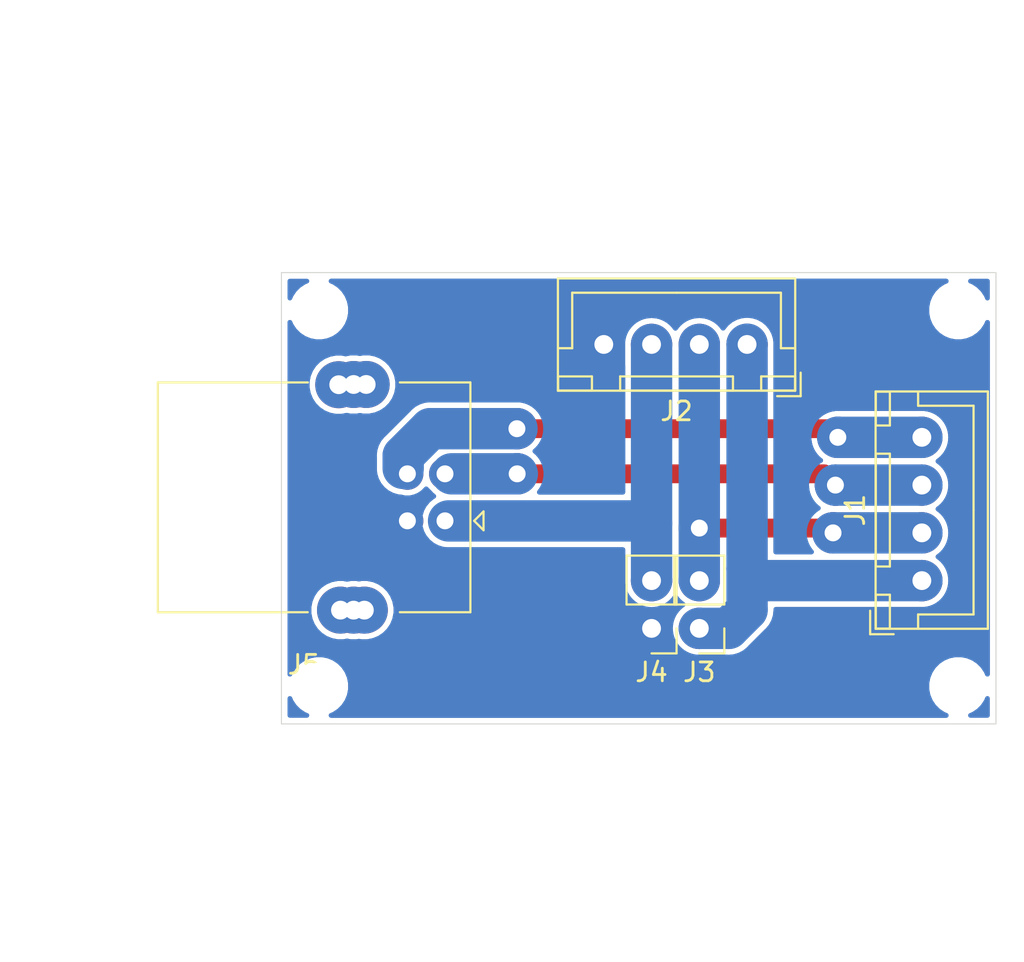
<source format=kicad_pcb>
(kicad_pcb (version 20171130) (host pcbnew "(5.1.6)-1")

  (general
    (thickness 1.6)
    (drawings 10)
    (tracks 34)
    (zones 0)
    (modules 9)
    (nets 8)
  )

  (page A4)
  (layers
    (0 F.Cu signal)
    (31 B.Cu signal)
    (32 B.Adhes user)
    (33 F.Adhes user)
    (34 B.Paste user)
    (35 F.Paste user)
    (36 B.SilkS user)
    (37 F.SilkS user)
    (38 B.Mask user)
    (39 F.Mask user)
    (40 Dwgs.User user)
    (41 Cmts.User user)
    (42 Eco1.User user)
    (43 Eco2.User user)
    (44 Edge.Cuts user)
    (45 Margin user)
    (46 B.CrtYd user)
    (47 F.CrtYd user)
    (48 B.Fab user hide)
    (49 F.Fab user)
  )

  (setup
    (last_trace_width 1)
    (user_trace_width 1)
    (user_trace_width 1.7)
    (user_trace_width 2.2)
    (trace_clearance 0.2)
    (zone_clearance 0.508)
    (zone_45_only no)
    (trace_min 0.2)
    (via_size 0.8)
    (via_drill 0.4)
    (via_min_size 0.4)
    (via_min_drill 0.3)
    (user_via 2.2 0.9)
    (uvia_size 0.3)
    (uvia_drill 0.1)
    (uvias_allowed no)
    (uvia_min_size 0.2)
    (uvia_min_drill 0.1)
    (edge_width 0.05)
    (segment_width 0.2)
    (pcb_text_width 0.3)
    (pcb_text_size 1.5 1.5)
    (mod_edge_width 0.12)
    (mod_text_size 1 1)
    (mod_text_width 0.15)
    (pad_size 1.524 1.524)
    (pad_drill 0.762)
    (pad_to_mask_clearance 0.05)
    (aux_axis_origin 0 0)
    (visible_elements 7FFFFFFF)
    (pcbplotparams
      (layerselection 0x010fc_ffffffff)
      (usegerberextensions false)
      (usegerberattributes true)
      (usegerberadvancedattributes true)
      (creategerberjobfile true)
      (excludeedgelayer true)
      (linewidth 0.100000)
      (plotframeref false)
      (viasonmask false)
      (mode 1)
      (useauxorigin false)
      (hpglpennumber 1)
      (hpglpenspeed 20)
      (hpglpendiameter 15.000000)
      (psnegative false)
      (psa4output false)
      (plotreference true)
      (plotvalue true)
      (plotinvisibletext false)
      (padsonsilk false)
      (subtractmaskfromsilk false)
      (outputformat 1)
      (mirror false)
      (drillshape 1)
      (scaleselection 1)
      (outputdirectory ""))
  )

  (net 0 "")
  (net 1 "Net-(J1-Pad1)")
  (net 2 "Net-(J1-Pad2)")
  (net 3 "Net-(J5-Pad5)")
  (net 4 D-)
  (net 5 D+)
  (net 6 GND)
  (net 7 +5V)

  (net_class Default "This is the default net class."
    (clearance 0.2)
    (trace_width 0.25)
    (via_dia 0.8)
    (via_drill 0.4)
    (uvia_dia 0.3)
    (uvia_drill 0.1)
    (add_net +5V)
    (add_net D+)
    (add_net D-)
    (add_net GND)
    (add_net "Net-(J1-Pad1)")
    (add_net "Net-(J1-Pad2)")
    (add_net "Net-(J5-Pad5)")
  )

  (module 0_my_footprints:myMountingHole_2.5mm (layer F.Cu) (tedit 64C5A32E) (tstamp 64C64DB6)
    (at 2 -22)
    (descr "Mounting Hole 2.5mm, no annular")
    (tags "mounting hole 2.5mm no annular")
    (attr virtual)
    (fp_text reference REF** (at 0 -3.5) (layer B.Fab)
      (effects (font (size 1 1) (thickness 0.15)))
    )
    (fp_text value myMountingHole_2.5mm (at 0 3.5) (layer B.Fab)
      (effects (font (size 1 1) (thickness 0.15)))
    )
    (fp_circle (center 0 0) (end 2.5 0) (layer B.Fab) (width 0.15))
    (pad 1 np_thru_hole circle (at 0 0) (size 2.5 2.5) (drill 2.5) (layers *.Cu *.Mask))
  )

  (module 0_my_footprints:myMountingHole_2.5mm (layer F.Cu) (tedit 64C5A32E) (tstamp 64C64DB6)
    (at 36 -22)
    (descr "Mounting Hole 2.5mm, no annular")
    (tags "mounting hole 2.5mm no annular")
    (attr virtual)
    (fp_text reference REF** (at 0 -3.5) (layer B.Fab)
      (effects (font (size 1 1) (thickness 0.15)))
    )
    (fp_text value myMountingHole_2.5mm (at 0 3.5) (layer B.Fab)
      (effects (font (size 1 1) (thickness 0.15)))
    )
    (fp_circle (center 0 0) (end 2.5 0) (layer B.Fab) (width 0.15))
    (pad 1 np_thru_hole circle (at 0 0) (size 2.5 2.5) (drill 2.5) (layers *.Cu *.Mask))
  )

  (module 0_my_footprints:myMountingHole_2.5mm (layer F.Cu) (tedit 64C5A32E) (tstamp 64C64DB6)
    (at 36 -2)
    (descr "Mounting Hole 2.5mm, no annular")
    (tags "mounting hole 2.5mm no annular")
    (attr virtual)
    (fp_text reference REF** (at 0 -3.5) (layer B.Fab)
      (effects (font (size 1 1) (thickness 0.15)))
    )
    (fp_text value myMountingHole_2.5mm (at 0 3.5) (layer B.Fab)
      (effects (font (size 1 1) (thickness 0.15)))
    )
    (fp_circle (center 0 0) (end 2.5 0) (layer B.Fab) (width 0.15))
    (pad 1 np_thru_hole circle (at 0 0) (size 2.5 2.5) (drill 2.5) (layers *.Cu *.Mask))
  )

  (module 0_my_footprints:myMountingHole_2.5mm (layer F.Cu) (tedit 64C5A32E) (tstamp 64C64DA5)
    (at 2 -2)
    (descr "Mounting Hole 2.5mm, no annular")
    (tags "mounting hole 2.5mm no annular")
    (attr virtual)
    (fp_text reference REF** (at 0 -3.5) (layer B.Fab)
      (effects (font (size 1 1) (thickness 0.15)))
    )
    (fp_text value myMountingHole_2.5mm (at 0 3.5) (layer B.Fab)
      (effects (font (size 1 1) (thickness 0.15)))
    )
    (fp_circle (center 0 0) (end 2.5 0) (layer B.Fab) (width 0.15))
    (pad 1 np_thru_hole circle (at 0 0) (size 2.5 2.5) (drill 2.5) (layers *.Cu *.Mask))
  )

  (module 0_my_footprints:myJSTx04 (layer F.Cu) (tedit 63C19D86) (tstamp 64C63EF4)
    (at 34.06 -7.62 90)
    (descr "JST XH series connector, B4B-XH-A (http://www.jst-mfg.com/product/pdf/eng/eXH.pdf), generated with kicad-footprint-generator")
    (tags "connector JST XH vertical")
    (path /64C5F026)
    (fp_text reference J1 (at 3.75 -3.55 90) (layer F.SilkS)
      (effects (font (size 1 1) (thickness 0.15)))
    )
    (fp_text value USB_OUT (at 3.75 4.6 90) (layer F.Fab)
      (effects (font (size 1 1) (thickness 0.15)))
    )
    (fp_line (start -2.85 -2.75) (end -2.85 -1.5) (layer F.SilkS) (width 0.12))
    (fp_line (start -1.6 -2.75) (end -2.85 -2.75) (layer F.SilkS) (width 0.12))
    (fp_line (start 9.3 2.75) (end 3.75 2.75) (layer F.SilkS) (width 0.12))
    (fp_line (start 9.3 -0.2) (end 9.3 2.75) (layer F.SilkS) (width 0.12))
    (fp_line (start 10.05 -0.2) (end 9.3 -0.2) (layer F.SilkS) (width 0.12))
    (fp_line (start -1.8 2.75) (end 3.75 2.75) (layer F.SilkS) (width 0.12))
    (fp_line (start -1.8 -0.2) (end -1.8 2.75) (layer F.SilkS) (width 0.12))
    (fp_line (start -2.55 -0.2) (end -1.8 -0.2) (layer F.SilkS) (width 0.12))
    (fp_line (start 10.05 -2.45) (end 8.25 -2.45) (layer F.SilkS) (width 0.12))
    (fp_line (start 10.05 -1.7) (end 10.05 -2.45) (layer F.SilkS) (width 0.12))
    (fp_line (start 8.25 -1.7) (end 10.05 -1.7) (layer F.SilkS) (width 0.12))
    (fp_line (start 8.25 -2.45) (end 8.25 -1.7) (layer F.SilkS) (width 0.12))
    (fp_line (start -0.75 -2.45) (end -2.55 -2.45) (layer F.SilkS) (width 0.12))
    (fp_line (start -0.75 -1.7) (end -0.75 -2.45) (layer F.SilkS) (width 0.12))
    (fp_line (start -2.55 -1.7) (end -0.75 -1.7) (layer F.SilkS) (width 0.12))
    (fp_line (start -2.55 -2.45) (end -2.55 -1.7) (layer F.SilkS) (width 0.12))
    (fp_line (start 6.75 -2.45) (end 0.75 -2.45) (layer F.SilkS) (width 0.12))
    (fp_line (start 6.75 -1.7) (end 6.75 -2.45) (layer F.SilkS) (width 0.12))
    (fp_line (start 0.75 -1.7) (end 6.75 -1.7) (layer F.SilkS) (width 0.12))
    (fp_line (start 0.75 -2.45) (end 0.75 -1.7) (layer F.SilkS) (width 0.12))
    (fp_line (start 0 -1.35) (end 0.625 -2.35) (layer F.Fab) (width 0.1))
    (fp_line (start -0.625 -2.35) (end 0 -1.35) (layer F.Fab) (width 0.1))
    (fp_line (start 10.45 -2.85) (end -2.95 -2.85) (layer F.CrtYd) (width 0.05))
    (fp_line (start 10.45 3.9) (end 10.45 -2.85) (layer F.CrtYd) (width 0.05))
    (fp_line (start -2.95 3.9) (end 10.45 3.9) (layer F.CrtYd) (width 0.05))
    (fp_line (start -2.95 -2.85) (end -2.95 3.9) (layer F.CrtYd) (width 0.05))
    (fp_line (start 10.06 -2.46) (end -2.56 -2.46) (layer F.SilkS) (width 0.12))
    (fp_line (start 10.06 3.51) (end 10.06 -2.46) (layer F.SilkS) (width 0.12))
    (fp_line (start -2.56 3.51) (end 10.06 3.51) (layer F.SilkS) (width 0.12))
    (fp_line (start -2.56 -2.46) (end -2.56 3.51) (layer F.SilkS) (width 0.12))
    (fp_line (start 9.95 -2.35) (end -2.45 -2.35) (layer F.Fab) (width 0.1))
    (fp_line (start 9.95 3.4) (end 9.95 -2.35) (layer F.Fab) (width 0.1))
    (fp_line (start -2.45 3.4) (end 9.95 3.4) (layer F.Fab) (width 0.1))
    (fp_line (start -2.45 -2.35) (end -2.45 3.4) (layer F.Fab) (width 0.1))
    (fp_text user %R (at 3.75 2.7 90) (layer F.Fab)
      (effects (font (size 1 1) (thickness 0.15)))
    )
    (pad 1 thru_hole circle (at 0 0 90) (size 2.2 2.2) (drill 1) (layers *.Cu *.Mask)
      (net 1 "Net-(J1-Pad1)"))
    (pad 2 thru_hole circle (at 2.54 0 90) (size 2.2 2.2) (drill 1) (layers *.Cu *.Mask)
      (net 2 "Net-(J1-Pad2)"))
    (pad 3 thru_hole circle (at 5.08 0 90) (size 2.2 2.2) (drill 1) (layers *.Cu *.Mask)
      (net 4 D-))
    (pad 4 thru_hole circle (at 7.62 0 90) (size 2.2 2.2) (drill 1) (layers *.Cu *.Mask)
      (net 5 D+))
    (model ${KISYS3DMOD}/Connector_JST.3dshapes/JST_XH_B4B-XH-A_1x04_P2.50mm_Vertical.wrl
      (at (xyz 0 0 0))
      (scale (xyz 1 1 1))
      (rotate (xyz 0 0 0))
    )
  )

  (module 0_my_footprints:myJSTx04 (layer F.Cu) (tedit 63C19D86) (tstamp 64C63F1F)
    (at 24.765 -20.18 180)
    (descr "JST XH series connector, B4B-XH-A (http://www.jst-mfg.com/product/pdf/eng/eXH.pdf), generated with kicad-footprint-generator")
    (tags "connector JST XH vertical")
    (path /64C60186)
    (fp_text reference J2 (at 3.75 -3.55) (layer F.SilkS)
      (effects (font (size 1 1) (thickness 0.15)))
    )
    (fp_text value PWR_IO (at 3.75 4.6) (layer F.Fab)
      (effects (font (size 1 1) (thickness 0.15)))
    )
    (fp_line (start -2.45 -2.35) (end -2.45 3.4) (layer F.Fab) (width 0.1))
    (fp_line (start -2.45 3.4) (end 9.95 3.4) (layer F.Fab) (width 0.1))
    (fp_line (start 9.95 3.4) (end 9.95 -2.35) (layer F.Fab) (width 0.1))
    (fp_line (start 9.95 -2.35) (end -2.45 -2.35) (layer F.Fab) (width 0.1))
    (fp_line (start -2.56 -2.46) (end -2.56 3.51) (layer F.SilkS) (width 0.12))
    (fp_line (start -2.56 3.51) (end 10.06 3.51) (layer F.SilkS) (width 0.12))
    (fp_line (start 10.06 3.51) (end 10.06 -2.46) (layer F.SilkS) (width 0.12))
    (fp_line (start 10.06 -2.46) (end -2.56 -2.46) (layer F.SilkS) (width 0.12))
    (fp_line (start -2.95 -2.85) (end -2.95 3.9) (layer F.CrtYd) (width 0.05))
    (fp_line (start -2.95 3.9) (end 10.45 3.9) (layer F.CrtYd) (width 0.05))
    (fp_line (start 10.45 3.9) (end 10.45 -2.85) (layer F.CrtYd) (width 0.05))
    (fp_line (start 10.45 -2.85) (end -2.95 -2.85) (layer F.CrtYd) (width 0.05))
    (fp_line (start -0.625 -2.35) (end 0 -1.35) (layer F.Fab) (width 0.1))
    (fp_line (start 0 -1.35) (end 0.625 -2.35) (layer F.Fab) (width 0.1))
    (fp_line (start 0.75 -2.45) (end 0.75 -1.7) (layer F.SilkS) (width 0.12))
    (fp_line (start 0.75 -1.7) (end 6.75 -1.7) (layer F.SilkS) (width 0.12))
    (fp_line (start 6.75 -1.7) (end 6.75 -2.45) (layer F.SilkS) (width 0.12))
    (fp_line (start 6.75 -2.45) (end 0.75 -2.45) (layer F.SilkS) (width 0.12))
    (fp_line (start -2.55 -2.45) (end -2.55 -1.7) (layer F.SilkS) (width 0.12))
    (fp_line (start -2.55 -1.7) (end -0.75 -1.7) (layer F.SilkS) (width 0.12))
    (fp_line (start -0.75 -1.7) (end -0.75 -2.45) (layer F.SilkS) (width 0.12))
    (fp_line (start -0.75 -2.45) (end -2.55 -2.45) (layer F.SilkS) (width 0.12))
    (fp_line (start 8.25 -2.45) (end 8.25 -1.7) (layer F.SilkS) (width 0.12))
    (fp_line (start 8.25 -1.7) (end 10.05 -1.7) (layer F.SilkS) (width 0.12))
    (fp_line (start 10.05 -1.7) (end 10.05 -2.45) (layer F.SilkS) (width 0.12))
    (fp_line (start 10.05 -2.45) (end 8.25 -2.45) (layer F.SilkS) (width 0.12))
    (fp_line (start -2.55 -0.2) (end -1.8 -0.2) (layer F.SilkS) (width 0.12))
    (fp_line (start -1.8 -0.2) (end -1.8 2.75) (layer F.SilkS) (width 0.12))
    (fp_line (start -1.8 2.75) (end 3.75 2.75) (layer F.SilkS) (width 0.12))
    (fp_line (start 10.05 -0.2) (end 9.3 -0.2) (layer F.SilkS) (width 0.12))
    (fp_line (start 9.3 -0.2) (end 9.3 2.75) (layer F.SilkS) (width 0.12))
    (fp_line (start 9.3 2.75) (end 3.75 2.75) (layer F.SilkS) (width 0.12))
    (fp_line (start -1.6 -2.75) (end -2.85 -2.75) (layer F.SilkS) (width 0.12))
    (fp_line (start -2.85 -2.75) (end -2.85 -1.5) (layer F.SilkS) (width 0.12))
    (fp_text user %R (at 3.75 2.7) (layer F.Fab)
      (effects (font (size 1 1) (thickness 0.15)))
    )
    (pad 4 thru_hole circle (at 7.62 0 180) (size 2.2 2.2) (drill 1) (layers *.Cu *.Mask)
      (net 6 GND))
    (pad 3 thru_hole circle (at 5.08 0 180) (size 2.2 2.2) (drill 1) (layers *.Cu *.Mask)
      (net 7 +5V))
    (pad 2 thru_hole circle (at 2.54 0 180) (size 2.2 2.2) (drill 1) (layers *.Cu *.Mask)
      (net 2 "Net-(J1-Pad2)"))
    (pad 1 thru_hole circle (at 0 0 180) (size 2.2 2.2) (drill 1) (layers *.Cu *.Mask)
      (net 1 "Net-(J1-Pad1)"))
    (model ${KISYS3DMOD}/Connector_JST.3dshapes/JST_XH_B4B-XH-A_1x04_P2.50mm_Vertical.wrl
      (at (xyz 0 0 0))
      (scale (xyz 1 1 1))
      (rotate (xyz 0 0 0))
    )
  )

  (module 0_my_footprints:myPinHeader_1x02 (layer F.Cu) (tedit 59FED5CC) (tstamp 64C63F35)
    (at 22.225 -5.08 180)
    (descr "Through hole straight pin header, 1x02, 2.54mm pitch, single row")
    (tags "Through hole pin header THT 1x02 2.54mm single row")
    (path /64C5F5AC)
    (fp_text reference J3 (at 0 -2.33) (layer F.SilkS)
      (effects (font (size 1 1) (thickness 0.15)))
    )
    (fp_text value JUMP_OUT (at 0 4.87) (layer F.Fab)
      (effects (font (size 1 1) (thickness 0.15)))
    )
    (fp_line (start 1.8 -1.8) (end -1.8 -1.8) (layer F.CrtYd) (width 0.05))
    (fp_line (start 1.8 4.35) (end 1.8 -1.8) (layer F.CrtYd) (width 0.05))
    (fp_line (start -1.8 4.35) (end 1.8 4.35) (layer F.CrtYd) (width 0.05))
    (fp_line (start -1.8 -1.8) (end -1.8 4.35) (layer F.CrtYd) (width 0.05))
    (fp_line (start -1.33 -1.33) (end 0 -1.33) (layer F.SilkS) (width 0.12))
    (fp_line (start -1.33 0) (end -1.33 -1.33) (layer F.SilkS) (width 0.12))
    (fp_line (start -1.33 1.27) (end 1.33 1.27) (layer F.SilkS) (width 0.12))
    (fp_line (start 1.33 1.27) (end 1.33 3.87) (layer F.SilkS) (width 0.12))
    (fp_line (start -1.33 1.27) (end -1.33 3.87) (layer F.SilkS) (width 0.12))
    (fp_line (start -1.33 3.87) (end 1.33 3.87) (layer F.SilkS) (width 0.12))
    (fp_line (start -1.27 -0.635) (end -0.635 -1.27) (layer F.Fab) (width 0.1))
    (fp_line (start -1.27 3.81) (end -1.27 -0.635) (layer F.Fab) (width 0.1))
    (fp_line (start 1.27 3.81) (end -1.27 3.81) (layer F.Fab) (width 0.1))
    (fp_line (start 1.27 -1.27) (end 1.27 3.81) (layer F.Fab) (width 0.1))
    (fp_line (start -0.635 -1.27) (end 1.27 -1.27) (layer F.Fab) (width 0.1))
    (fp_text user %R (at 0 1.27 90) (layer F.Fab)
      (effects (font (size 1 1) (thickness 0.15)))
    )
    (pad 1 thru_hole circle (at 0 0 180) (size 2.2 2.2) (drill 1) (layers *.Cu *.Mask)
      (net 1 "Net-(J1-Pad1)"))
    (pad 2 thru_hole circle (at 0 2.54 180) (size 2.2 2.2) (drill 1) (layers *.Cu *.Mask)
      (net 2 "Net-(J1-Pad2)"))
    (model ${KISYS3DMOD}/Connector_PinHeader_2.54mm.3dshapes/PinHeader_1x02_P2.54mm_Vertical.wrl
      (at (xyz 0 0 0))
      (scale (xyz 1 1 1))
      (rotate (xyz 0 0 0))
    )
  )

  (module 0_my_footprints:myPinHeader_1x02 (layer F.Cu) (tedit 59FED5CC) (tstamp 64C63F4B)
    (at 19.685 -5.08 180)
    (descr "Through hole straight pin header, 1x02, 2.54mm pitch, single row")
    (tags "Through hole pin header THT 1x02 2.54mm single row")
    (path /64C5F785)
    (fp_text reference J4 (at 0 -2.33) (layer F.SilkS)
      (effects (font (size 1 1) (thickness 0.15)))
    )
    (fp_text value JUMP_IN (at 0 4.87) (layer F.Fab)
      (effects (font (size 1 1) (thickness 0.15)))
    )
    (fp_line (start -0.635 -1.27) (end 1.27 -1.27) (layer F.Fab) (width 0.1))
    (fp_line (start 1.27 -1.27) (end 1.27 3.81) (layer F.Fab) (width 0.1))
    (fp_line (start 1.27 3.81) (end -1.27 3.81) (layer F.Fab) (width 0.1))
    (fp_line (start -1.27 3.81) (end -1.27 -0.635) (layer F.Fab) (width 0.1))
    (fp_line (start -1.27 -0.635) (end -0.635 -1.27) (layer F.Fab) (width 0.1))
    (fp_line (start -1.33 3.87) (end 1.33 3.87) (layer F.SilkS) (width 0.12))
    (fp_line (start -1.33 1.27) (end -1.33 3.87) (layer F.SilkS) (width 0.12))
    (fp_line (start 1.33 1.27) (end 1.33 3.87) (layer F.SilkS) (width 0.12))
    (fp_line (start -1.33 1.27) (end 1.33 1.27) (layer F.SilkS) (width 0.12))
    (fp_line (start -1.33 0) (end -1.33 -1.33) (layer F.SilkS) (width 0.12))
    (fp_line (start -1.33 -1.33) (end 0 -1.33) (layer F.SilkS) (width 0.12))
    (fp_line (start -1.8 -1.8) (end -1.8 4.35) (layer F.CrtYd) (width 0.05))
    (fp_line (start -1.8 4.35) (end 1.8 4.35) (layer F.CrtYd) (width 0.05))
    (fp_line (start 1.8 4.35) (end 1.8 -1.8) (layer F.CrtYd) (width 0.05))
    (fp_line (start 1.8 -1.8) (end -1.8 -1.8) (layer F.CrtYd) (width 0.05))
    (fp_text user %R (at 0 1.27 90) (layer F.Fab)
      (effects (font (size 1 1) (thickness 0.15)))
    )
    (pad 2 thru_hole circle (at 0 2.54 180) (size 2.2 2.2) (drill 1) (layers *.Cu *.Mask)
      (net 7 +5V))
    (pad 1 thru_hole circle (at 0 0 180) (size 2.2 2.2) (drill 1) (layers *.Cu *.Mask)
      (net 6 GND))
    (model ${KISYS3DMOD}/Connector_PinHeader_2.54mm.3dshapes/PinHeader_1x02_P2.54mm_Vertical.wrl
      (at (xyz 0 0 0))
      (scale (xyz 1 1 1))
      (rotate (xyz 0 0 0))
    )
  )

  (module 0_my_footprints:myUSB_B_Socket (layer F.Cu) (tedit 64C5D907) (tstamp 64C63F6D)
    (at 8.7 -10.8 180)
    (descr "USB 2.0 receptacle type B, horizontal version, through-hole, https://downloads.lumberg.com/datenblaetter/en/2411_02.pdf")
    (tags "USB B receptacle horizontal through-hole")
    (path /64C9F949)
    (fp_text reference J5 (at 7.5 -7.65) (layer F.SilkS)
      (effects (font (size 1 1) (thickness 0.15)))
    )
    (fp_text value myUSB_B_Socket (at 7.05 10.45) (layer F.Fab)
      (effects (font (size 1 1) (thickness 0.15)))
    )
    (fp_line (start -1.74 -7.25) (end -1.74 9.75) (layer F.CrtYd) (width 0.05))
    (fp_line (start 15.66 -7.25) (end -1.74 -7.25) (layer F.CrtYd) (width 0.05))
    (fp_line (start 15.66 9.75) (end 15.66 -7.25) (layer F.CrtYd) (width 0.05))
    (fp_line (start -1.74 9.75) (end 15.66 9.75) (layer F.CrtYd) (width 0.05))
    (fp_line (start -2.05 0.5) (end -1.55 0) (layer F.SilkS) (width 0.12))
    (fp_line (start -2.05 -0.5) (end -2.05 0.5) (layer F.SilkS) (width 0.12))
    (fp_line (start -1.55 0) (end -2.05 -0.5) (layer F.SilkS) (width 0.12))
    (fp_line (start 15.27 7.36) (end 7.3 7.36) (layer F.SilkS) (width 0.12))
    (fp_line (start 15.27 -4.86) (end 7.3 -4.86) (layer F.SilkS) (width 0.12))
    (fp_line (start 15.27 7.36) (end 15.27 -4.86) (layer F.SilkS) (width 0.12))
    (fp_line (start -1.35 -4.86) (end 2.4 -4.86) (layer F.SilkS) (width 0.12))
    (fp_line (start -1.35 7.36) (end 2.4 7.36) (layer F.SilkS) (width 0.12))
    (fp_line (start -1.35 7.36) (end -1.35 -4.86) (layer F.SilkS) (width 0.12))
    (fp_line (start -0.75 0) (end -1.24 -0.49) (layer F.Fab) (width 0.1))
    (fp_line (start -1.24 0.49) (end -0.75 0) (layer F.Fab) (width 0.1))
    (fp_line (start 15.16 7.25) (end -1.24 7.25) (layer F.Fab) (width 0.1))
    (fp_line (start 15.16 -4.75) (end 15.16 7.25) (layer F.Fab) (width 0.1))
    (fp_line (start -1.24 -4.75) (end 15.16 -4.75) (layer F.Fab) (width 0.1))
    (fp_line (start -1.24 7.25) (end -1.24 -4.75) (layer F.Fab) (width 0.1))
    (fp_text user %R (at 7.5 1.25 180) (layer F.Fab)
      (effects (font (size 1 1) (thickness 0.15)))
    )
    (pad 1 thru_hole circle (at 0 0 270) (size 1.7 1.7) (drill 0.9) (layers *.Cu *.Mask)
      (net 7 +5V))
    (pad 2 thru_hole circle (at 0 2.5 270) (size 1.7 1.7) (drill 0.9) (layers *.Cu *.Mask)
      (net 4 D-))
    (pad 3 thru_hole circle (at 2 2.5 270) (size 1.7 1.7) (drill 0.9) (layers *.Cu *.Mask)
      (net 5 D+))
    (pad 4 thru_hole circle (at 2 0 270) (size 1.7 1.7) (drill 0.9) (layers *.Cu *.Mask)
      (net 6 GND))
    (pad 5 thru_hole circle (at 4.86 7.25 270) (size 2.5 2.5) (drill 1) (layers *.Cu *.Mask)
      (net 3 "Net-(J5-Pad5)"))
    (pad 5 thru_hole circle (at 4.86 -4.75 270) (size 2.5 2.5) (drill 1) (layers *.Cu *.Mask)
      (net 3 "Net-(J5-Pad5)"))
    (pad 5 thru_hole circle (at 4.2885 -4.75 270) (size 2.5 2.5) (drill 1) (layers *.Cu *.Mask)
      (net 3 "Net-(J5-Pad5)"))
    (pad 5 thru_hole circle (at 5.5585 -4.75 270) (size 2.5 2.5) (drill 1) (layers *.Cu *.Mask)
      (net 3 "Net-(J5-Pad5)"))
    (pad 5 thru_hole circle (at 4.191 7.2515 270) (size 2.5 2.5) (drill 1) (layers *.Cu *.Mask)
      (net 3 "Net-(J5-Pad5)"))
    (pad 5 thru_hole circle (at 5.6515 7.239 270) (size 2.5 2.5) (drill 1) (layers *.Cu *.Mask)
      (net 3 "Net-(J5-Pad5)"))
    (model "C:/src/kiCad/libraries/my_3d_files/USB type-B female PCB.STEP"
      (offset (xyz -1.6 -7.26 0))
      (scale (xyz 1 1 1))
      (rotate (xyz -90 0 -90))
    )
  )

  (dimension 38 (width 0.15) (layer Dwgs.User)
    (gr_text "38.000 mm" (at 19 -37.8) (layer Dwgs.User)
      (effects (font (size 1 1) (thickness 0.15)))
    )
    (feature1 (pts (xy 38 -24) (xy 38 -37.086421)))
    (feature2 (pts (xy 0 -24) (xy 0 -37.086421)))
    (crossbar (pts (xy 0 -36.5) (xy 38 -36.5)))
    (arrow1a (pts (xy 38 -36.5) (xy 36.873496 -35.913579)))
    (arrow1b (pts (xy 38 -36.5) (xy 36.873496 -37.086421)))
    (arrow2a (pts (xy 0 -36.5) (xy 1.126504 -35.913579)))
    (arrow2b (pts (xy 0 -36.5) (xy 1.126504 -37.086421)))
  )
  (dimension 38 (width 0.15) (layer Dwgs.User)
    (gr_text "38.000 mm" (at 19 13.299999) (layer Dwgs.User)
      (effects (font (size 1 1) (thickness 0.15)))
    )
    (feature1 (pts (xy 38 0) (xy 38 12.58642)))
    (feature2 (pts (xy 0 0) (xy 0 12.58642)))
    (crossbar (pts (xy 0 11.999999) (xy 38 11.999999)))
    (arrow1a (pts (xy 38 11.999999) (xy 36.873496 12.58642)))
    (arrow1b (pts (xy 38 11.999999) (xy 36.873496 11.413578)))
    (arrow2a (pts (xy 0 11.999999) (xy 1.126504 12.58642)))
    (arrow2b (pts (xy 0 11.999999) (xy 1.126504 11.413578)))
  )
  (dimension 7 (width 0.15) (layer Dwgs.User)
    (gr_text "7.000 mm" (at -3.5 -30.3) (layer Dwgs.User)
      (effects (font (size 1 1) (thickness 0.15)))
    )
    (feature1 (pts (xy -7 -20.5) (xy -7 -29.586421)))
    (feature2 (pts (xy 0 -20.5) (xy 0 -29.586421)))
    (crossbar (pts (xy 0 -29) (xy -7 -29)))
    (arrow1a (pts (xy -7 -29) (xy -5.873496 -29.586421)))
    (arrow1b (pts (xy -7 -29) (xy -5.873496 -28.413579)))
    (arrow2a (pts (xy 0 -29) (xy -1.126504 -29.586421)))
    (arrow2b (pts (xy 0 -29) (xy -1.126504 -28.413579)))
  )
  (dimension 3.5 (width 0.15) (layer Dwgs.User)
    (gr_text "3.500 mm" (at -11.3 -1.75 270) (layer Dwgs.User)
      (effects (font (size 1 1) (thickness 0.15)))
    )
    (feature1 (pts (xy 0 0) (xy -10.586421 0)))
    (feature2 (pts (xy 0 -3.5) (xy -10.586421 -3.5)))
    (crossbar (pts (xy -10 -3.5) (xy -10 0)))
    (arrow1a (pts (xy -10 0) (xy -10.586421 -1.126504)))
    (arrow1b (pts (xy -10 0) (xy -9.413579 -1.126504)))
    (arrow2a (pts (xy -10 -3.5) (xy -10.586421 -2.373496)))
    (arrow2b (pts (xy -10 -3.5) (xy -9.413579 -2.373496)))
  )
  (dimension 3.5 (width 0.15) (layer Dwgs.User)
    (gr_text "3.500 mm" (at -11.3 -22.25 270) (layer Dwgs.User)
      (effects (font (size 1 1) (thickness 0.15)))
    )
    (feature1 (pts (xy 0 -20.5) (xy -10.586421 -20.5)))
    (feature2 (pts (xy 0 -24) (xy -10.586421 -24)))
    (crossbar (pts (xy -10 -24) (xy -10 -20.5)))
    (arrow1a (pts (xy -10 -20.5) (xy -10.586421 -21.626504)))
    (arrow1b (pts (xy -10 -20.5) (xy -9.413579 -21.626504)))
    (arrow2a (pts (xy -10 -24) (xy -10.586421 -22.873496)))
    (arrow2b (pts (xy -10 -24) (xy -9.413579 -22.873496)))
  )
  (dimension 17 (width 0.15) (layer Dwgs.User)
    (gr_text "17.000 mm" (at -11.3 -12.05 270) (layer Dwgs.User)
      (effects (font (size 1 1) (thickness 0.15)))
    )
    (feature1 (pts (xy -6.96 -3.55) (xy -10.586421 -3.55)))
    (feature2 (pts (xy -6.96 -20.55) (xy -10.586421 -20.55)))
    (crossbar (pts (xy -10 -20.55) (xy -10 -3.55)))
    (arrow1a (pts (xy -10 -3.55) (xy -10.586421 -4.676504)))
    (arrow1b (pts (xy -10 -3.55) (xy -9.413579 -4.676504)))
    (arrow2a (pts (xy -10 -20.55) (xy -10.586421 -19.423496)))
    (arrow2b (pts (xy -10 -20.55) (xy -9.413579 -19.423496)))
  )
  (gr_line (start 38 -24) (end 38 0) (layer Edge.Cuts) (width 0.05) (tstamp 64C64639))
  (gr_line (start 0 -24) (end 38 -24) (layer Edge.Cuts) (width 0.05))
  (gr_line (start 0 0) (end 0 -24) (layer Edge.Cuts) (width 0.05))
  (gr_line (start 0 0) (end 38 0) (layer Edge.Cuts) (width 0.05))

  (segment (start 23.780634 -5.08) (end 24.765 -6.064366) (width 2.2) (layer B.Cu) (net 1))
  (segment (start 22.225 -5.08) (end 23.780634 -5.08) (width 2.2) (layer B.Cu) (net 1))
  (segment (start 34.06 -7.62) (end 25.4 -7.62) (width 2.2) (layer B.Cu) (net 1))
  (segment (start 25.4 -7.62) (end 24.765 -8.255) (width 2.2) (layer B.Cu) (net 1))
  (segment (start 24.765 -6.064366) (end 24.765 -8.255) (width 2.2) (layer B.Cu) (net 1))
  (segment (start 24.765 -8.255) (end 24.765 -20.193) (width 2.2) (layer B.Cu) (net 1))
  (segment (start 22.225 -20.18) (end 22.225 -10.414) (width 2.2) (layer B.Cu) (net 2))
  (segment (start 34.06 -10.16) (end 29.337 -10.16) (width 2.2) (layer B.Cu) (net 2))
  (segment (start 29.337 -10.16) (end 29.337 -10.16) (width 2.2) (layer B.Cu) (net 2) (tstamp 64CC065D))
  (via (at 29.337 -10.16) (size 2.2) (drill 0.9) (layers F.Cu B.Cu) (net 2))
  (segment (start 22.225 -10.414) (end 22.225 -7.62) (width 2.2) (layer B.Cu) (net 2) (tstamp 64CC0661))
  (via (at 22.225 -10.414) (size 2.2) (drill 0.9) (layers F.Cu B.Cu) (net 2))
  (segment (start 29.083 -10.414) (end 29.337 -10.16) (width 1) (layer F.Cu) (net 2))
  (segment (start 22.225 -10.414) (end 29.083 -10.414) (width 1) (layer F.Cu) (net 2))
  (segment (start 34.06 -12.7) (end 29.464 -12.7) (width 2.2) (layer B.Cu) (net 4))
  (segment (start 12.538 -13.3) (end 12.538 -13.3) (width 2.2) (layer B.Cu) (net 4))
  (segment (start 29.464 -12.7) (end 29.464 -12.7) (width 2.2) (layer B.Cu) (net 4) (tstamp 64CC065B))
  (via (at 29.464 -12.7) (size 2.2) (drill 0.9) (layers F.Cu B.Cu) (net 4))
  (segment (start 12.538 -13.3) (end 9.053553 -13.3) (width 2.2) (layer B.Cu) (net 4) (tstamp 64CC0665))
  (via (at 12.538 -13.3) (size 2.2) (drill 0.9) (layers F.Cu B.Cu) (net 4))
  (segment (start 28.864 -13.3) (end 29.464 -12.7) (width 1) (layer F.Cu) (net 4))
  (segment (start 12.538 -13.3) (end 28.864 -13.3) (width 1) (layer F.Cu) (net 4))
  (segment (start 34.06 -15.24) (end 29.591 -15.24) (width 2.2) (layer B.Cu) (net 5))
  (segment (start 29.591 -15.24) (end 29.591 -15.24) (width 2.2) (layer B.Cu) (net 5) (tstamp 64CC0659))
  (via (at 29.591 -15.24) (size 2.2) (drill 0.9) (layers F.Cu B.Cu) (net 5))
  (via (at 12.525001 -15.700001) (size 2.2) (drill 0.9) (layers F.Cu B.Cu) (net 5))
  (segment (start 7.917999 -15.700001) (end 6.477 -14.259002) (width 2.2) (layer B.Cu) (net 5))
  (segment (start 12.525001 -15.700001) (end 7.917999 -15.700001) (width 2.2) (layer B.Cu) (net 5))
  (segment (start 6.477 -14.259002) (end 6.477 -13.589) (width 2.2) (layer B.Cu) (net 5))
  (segment (start 29.130999 -15.700001) (end 29.591 -15.24) (width 1) (layer F.Cu) (net 5))
  (segment (start 12.525001 -15.700001) (end 29.130999 -15.700001) (width 1) (layer F.Cu) (net 5))
  (segment (start 19.685 -10.668) (end 19.685 -7.62) (width 2.2) (layer B.Cu) (net 7))
  (segment (start 19.685 -20.18) (end 19.685 -10.668) (width 2.2) (layer B.Cu) (net 7))
  (segment (start 19.304 -10.795) (end 8.89 -10.795) (width 2.2) (layer B.Cu) (net 7))

  (zone (net 0) (net_name "") (layer B.Cu) (tstamp 0) (hatch edge 0.508)
    (connect_pads yes (clearance 0.3))
    (min_thickness 0.254)
    (fill yes (arc_segments 32) (thermal_gap 0.508) (thermal_bridge_width 0.508))
    (polygon
      (pts
        (xy 38 0) (xy 0 0) (xy 0 -24) (xy 38 -24)
      )
    )
    (filled_polygon
      (pts
        (xy 37.548001 -0.452) (xy 36.64501 -0.452) (xy 36.794357 -0.513862) (xy 37.069025 -0.697389) (xy 37.302611 -0.930975)
        (xy 37.486138 -1.205643) (xy 37.548001 -1.354993)
      )
    )
    (filled_polygon
      (pts
        (xy 0.513862 -1.205643) (xy 0.697389 -0.930975) (xy 0.930975 -0.697389) (xy 1.205643 -0.513862) (xy 1.35499 -0.452)
        (xy 0.452 -0.452) (xy 0.452 -1.35499)
      )
    )
    (filled_polygon
      (pts
        (xy 35.205643 -23.486138) (xy 34.930975 -23.302611) (xy 34.697389 -23.069025) (xy 34.513862 -22.794357) (xy 34.387446 -22.489163)
        (xy 34.323 -22.16517) (xy 34.323 -21.83483) (xy 34.387446 -21.510837) (xy 34.513862 -21.205643) (xy 34.697389 -20.930975)
        (xy 34.930975 -20.697389) (xy 35.205643 -20.513862) (xy 35.510837 -20.387446) (xy 35.83483 -20.323) (xy 36.16517 -20.323)
        (xy 36.489163 -20.387446) (xy 36.794357 -20.513862) (xy 37.069025 -20.697389) (xy 37.302611 -20.930975) (xy 37.486138 -21.205643)
        (xy 37.548 -21.35499) (xy 37.548001 -2.645007) (xy 37.486138 -2.794357) (xy 37.302611 -3.069025) (xy 37.069025 -3.302611)
        (xy 36.794357 -3.486138) (xy 36.489163 -3.612554) (xy 36.16517 -3.677) (xy 35.83483 -3.677) (xy 35.510837 -3.612554)
        (xy 35.205643 -3.486138) (xy 34.930975 -3.302611) (xy 34.697389 -3.069025) (xy 34.513862 -2.794357) (xy 34.387446 -2.489163)
        (xy 34.323 -2.16517) (xy 34.323 -1.83483) (xy 34.387446 -1.510837) (xy 34.513862 -1.205643) (xy 34.697389 -0.930975)
        (xy 34.930975 -0.697389) (xy 35.205643 -0.513862) (xy 35.35499 -0.452) (xy 2.64501 -0.452) (xy 2.794357 -0.513862)
        (xy 3.069025 -0.697389) (xy 3.302611 -0.930975) (xy 3.486138 -1.205643) (xy 3.612554 -1.510837) (xy 3.677 -1.83483)
        (xy 3.677 -2.16517) (xy 3.612554 -2.489163) (xy 3.486138 -2.794357) (xy 3.302611 -3.069025) (xy 3.069025 -3.302611)
        (xy 2.794357 -3.486138) (xy 2.489163 -3.612554) (xy 2.16517 -3.677) (xy 1.83483 -3.677) (xy 1.510837 -3.612554)
        (xy 1.205643 -3.486138) (xy 0.930975 -3.302611) (xy 0.697389 -3.069025) (xy 0.513862 -2.794357) (xy 0.452 -2.64501)
        (xy 0.452 -6.21517) (xy 1.4645 -6.21517) (xy 1.4645 -5.88483) (xy 1.528946 -5.560837) (xy 1.655362 -5.255643)
        (xy 1.838889 -4.980975) (xy 2.072475 -4.747389) (xy 2.347143 -4.563862) (xy 2.652337 -4.437446) (xy 2.97633 -4.373)
        (xy 3.30667 -4.373) (xy 3.49075 -4.409616) (xy 3.67483 -4.373) (xy 4.00517 -4.373) (xy 4.12575 -4.396985)
        (xy 4.24633 -4.373) (xy 4.57667 -4.373) (xy 4.900663 -4.437446) (xy 5.205857 -4.563862) (xy 5.480525 -4.747389)
        (xy 5.714111 -4.980975) (xy 5.897638 -5.255643) (xy 6.024054 -5.560837) (xy 6.0885 -5.88483) (xy 6.0885 -6.21517)
        (xy 6.024054 -6.539163) (xy 5.897638 -6.844357) (xy 5.714111 -7.119025) (xy 5.480525 -7.352611) (xy 5.205857 -7.536138)
        (xy 4.900663 -7.662554) (xy 4.57667 -7.727) (xy 4.24633 -7.727) (xy 4.12575 -7.703015) (xy 4.00517 -7.727)
        (xy 3.67483 -7.727) (xy 3.49075 -7.690384) (xy 3.30667 -7.727) (xy 2.97633 -7.727) (xy 2.652337 -7.662554)
        (xy 2.347143 -7.536138) (xy 2.072475 -7.352611) (xy 1.838889 -7.119025) (xy 1.655362 -6.844357) (xy 1.528946 -6.539163)
        (xy 1.4645 -6.21517) (xy 0.452 -6.21517) (xy 0.452 -14.259002) (xy 4.942613 -14.259002) (xy 4.95 -14.184001)
        (xy 4.95 -13.513989) (xy 4.972095 -13.289656) (xy 5.05941 -13.001815) (xy 5.201203 -12.73654) (xy 5.392024 -12.504024)
        (xy 5.624541 -12.313203) (xy 5.889816 -12.17141) (xy 6.177657 -12.084095) (xy 6.354785 -12.066649) (xy 6.438487 -12.05)
        (xy 6.327513 -12.027926) (xy 6.095114 -11.931663) (xy 5.88596 -11.791911) (xy 5.708089 -11.61404) (xy 5.568337 -11.404886)
        (xy 5.472074 -11.172487) (xy 5.423 -10.925774) (xy 5.423 -10.674226) (xy 5.472074 -10.427513) (xy 5.568337 -10.195114)
        (xy 5.708089 -9.98596) (xy 5.88596 -9.808089) (xy 6.095114 -9.668337) (xy 6.327513 -9.572074) (xy 6.574226 -9.523)
        (xy 6.825774 -9.523) (xy 7.072487 -9.572074) (xy 7.304886 -9.668337) (xy 7.51404 -9.808089) (xy 7.629658 -9.923707)
        (xy 7.805024 -9.710024) (xy 8.03754 -9.519203) (xy 8.302815 -9.37741) (xy 8.590656 -9.290095) (xy 8.814989 -9.268)
        (xy 18.158 -9.268) (xy 18.158001 -7.770401) (xy 18.158 -7.770396) (xy 18.158 -7.469604) (xy 18.172709 -7.395654)
        (xy 18.180096 -7.320656) (xy 18.201971 -7.248543) (xy 18.216681 -7.17459) (xy 18.245535 -7.10493) (xy 18.267411 -7.032815)
        (xy 18.302937 -6.96635) (xy 18.33179 -6.896694) (xy 18.373679 -6.834003) (xy 18.409204 -6.76754) (xy 18.457011 -6.709287)
        (xy 18.498901 -6.646594) (xy 18.552218 -6.593277) (xy 18.600025 -6.535024) (xy 18.658278 -6.487217) (xy 18.711594 -6.433901)
        (xy 18.774286 -6.392012) (xy 18.830721 -6.345697) (xy 18.711594 -6.266099) (xy 18.498901 -6.053406) (xy 18.33179 -5.803306)
        (xy 18.216681 -5.52541) (xy 18.158 -5.230396) (xy 18.158 -4.929604) (xy 18.216681 -4.63459) (xy 18.33179 -4.356694)
        (xy 18.498901 -4.106594) (xy 18.711594 -3.893901) (xy 18.961694 -3.72679) (xy 19.23959 -3.611681) (xy 19.534604 -3.553)
        (xy 19.835396 -3.553) (xy 20.13041 -3.611681) (xy 20.408306 -3.72679) (xy 20.658406 -3.893901) (xy 20.871099 -4.106594)
        (xy 20.950696 -4.22572) (xy 20.997015 -4.169281) (xy 21.038901 -4.106594) (xy 21.092212 -4.053283) (xy 21.140024 -3.995024)
        (xy 21.198283 -3.947212) (xy 21.251594 -3.893901) (xy 21.314281 -3.852015) (xy 21.37254 -3.804203) (xy 21.439011 -3.768674)
        (xy 21.501694 -3.72679) (xy 21.571342 -3.697941) (xy 21.637815 -3.66241) (xy 21.709939 -3.640532) (xy 21.77959 -3.611681)
        (xy 21.853534 -3.596973) (xy 21.925656 -3.575095) (xy 22.000664 -3.567707) (xy 22.074604 -3.553) (xy 23.705633 -3.553)
        (xy 23.780634 -3.545613) (xy 23.855635 -3.553) (xy 23.855645 -3.553) (xy 24.079978 -3.575095) (xy 24.367819 -3.66241)
        (xy 24.633094 -3.804203) (xy 24.86561 -3.995024) (xy 24.91343 -4.053293) (xy 25.791712 -4.931574) (xy 25.849976 -4.97939)
        (xy 26.040797 -5.211906) (xy 26.18259 -5.477181) (xy 26.269905 -5.765022) (xy 26.292 -5.989355) (xy 26.292 -5.989362)
        (xy 26.299387 -6.064366) (xy 26.296567 -6.093) (xy 34.210396 -6.093) (xy 34.284336 -6.107707) (xy 34.359344 -6.115095)
        (xy 34.431466 -6.136973) (xy 34.50541 -6.151681) (xy 34.575061 -6.180532) (xy 34.647185 -6.20241) (xy 34.713658 -6.237941)
        (xy 34.783306 -6.26679) (xy 34.845989 -6.308674) (xy 34.91246 -6.344203) (xy 34.970719 -6.392015) (xy 35.033406 -6.433901)
        (xy 35.086717 -6.487212) (xy 35.144976 -6.535024) (xy 35.192788 -6.593283) (xy 35.246099 -6.646594) (xy 35.287985 -6.709281)
        (xy 35.335797 -6.76754) (xy 35.371326 -6.834011) (xy 35.41321 -6.896694) (xy 35.442059 -6.966342) (xy 35.47759 -7.032815)
        (xy 35.499468 -7.104939) (xy 35.528319 -7.17459) (xy 35.543027 -7.248534) (xy 35.564905 -7.320656) (xy 35.572293 -7.395664)
        (xy 35.587 -7.469604) (xy 35.587 -7.544989) (xy 35.594388 -7.62) (xy 35.587 -7.695011) (xy 35.587 -7.770396)
        (xy 35.572293 -7.844336) (xy 35.564905 -7.919344) (xy 35.543027 -7.991466) (xy 35.528319 -8.06541) (xy 35.499468 -8.135061)
        (xy 35.47759 -8.207185) (xy 35.442059 -8.273658) (xy 35.41321 -8.343306) (xy 35.371326 -8.405989) (xy 35.335797 -8.47246)
        (xy 35.287985 -8.530719) (xy 35.246099 -8.593406) (xy 35.192788 -8.646717) (xy 35.144976 -8.704976) (xy 35.086717 -8.752788)
        (xy 35.033406 -8.806099) (xy 34.970719 -8.847985) (xy 34.919524 -8.89) (xy 34.970719 -8.932015) (xy 35.033406 -8.973901)
        (xy 35.086717 -9.027212) (xy 35.144976 -9.075024) (xy 35.192788 -9.133283) (xy 35.246099 -9.186594) (xy 35.287985 -9.249281)
        (xy 35.335797 -9.30754) (xy 35.371326 -9.374011) (xy 35.41321 -9.436694) (xy 35.442059 -9.506342) (xy 35.47759 -9.572815)
        (xy 35.499468 -9.644939) (xy 35.528319 -9.71459) (xy 35.543027 -9.788534) (xy 35.564905 -9.860656) (xy 35.572293 -9.935664)
        (xy 35.587 -10.009604) (xy 35.587 -10.084989) (xy 35.594388 -10.16) (xy 35.587 -10.235011) (xy 35.587 -10.310396)
        (xy 35.572293 -10.384336) (xy 35.564905 -10.459344) (xy 35.543027 -10.531466) (xy 35.528319 -10.60541) (xy 35.499468 -10.675061)
        (xy 35.47759 -10.747185) (xy 35.442059 -10.813658) (xy 35.41321 -10.883306) (xy 35.371326 -10.945989) (xy 35.335797 -11.01246)
        (xy 35.287985 -11.070719) (xy 35.246099 -11.133406) (xy 35.192788 -11.186717) (xy 35.144976 -11.244976) (xy 35.086717 -11.292788)
        (xy 35.033406 -11.346099) (xy 34.970719 -11.387985) (xy 34.919524 -11.43) (xy 34.970719 -11.472015) (xy 35.033406 -11.513901)
        (xy 35.086717 -11.567212) (xy 35.144976 -11.615024) (xy 35.192788 -11.673283) (xy 35.246099 -11.726594) (xy 35.287985 -11.789281)
        (xy 35.335797 -11.84754) (xy 35.371326 -11.914011) (xy 35.41321 -11.976694) (xy 35.442059 -12.046342) (xy 35.47759 -12.112815)
        (xy 35.499468 -12.184939) (xy 35.528319 -12.25459) (xy 35.543027 -12.328534) (xy 35.564905 -12.400656) (xy 35.572293 -12.475664)
        (xy 35.587 -12.549604) (xy 35.587 -12.624989) (xy 35.594388 -12.7) (xy 35.587 -12.775011) (xy 35.587 -12.850396)
        (xy 35.572293 -12.924336) (xy 35.564905 -12.999344) (xy 35.543027 -13.071466) (xy 35.528319 -13.14541) (xy 35.499468 -13.215061)
        (xy 35.47759 -13.287185) (xy 35.442059 -13.353658) (xy 35.41321 -13.423306) (xy 35.371326 -13.485989) (xy 35.335797 -13.55246)
        (xy 35.287985 -13.610719) (xy 35.246099 -13.673406) (xy 35.192788 -13.726717) (xy 35.144976 -13.784976) (xy 35.086717 -13.832788)
        (xy 35.033406 -13.886099) (xy 34.970719 -13.927985) (xy 34.919524 -13.97) (xy 34.970719 -14.012015) (xy 35.033406 -14.053901)
        (xy 35.086717 -14.107212) (xy 35.144976 -14.155024) (xy 35.192788 -14.213283) (xy 35.246099 -14.266594) (xy 35.287985 -14.329281)
        (xy 35.335797 -14.38754) (xy 35.371326 -14.454011) (xy 35.41321 -14.516694) (xy 35.442059 -14.586342) (xy 35.47759 -14.652815)
        (xy 35.499468 -14.724939) (xy 35.528319 -14.79459) (xy 35.543027 -14.868534) (xy 35.564905 -14.940656) (xy 35.572293 -15.015664)
        (xy 35.587 -15.089604) (xy 35.587 -15.164989) (xy 35.594388 -15.24) (xy 35.587 -15.315011) (xy 35.587 -15.390396)
        (xy 35.572293 -15.464336) (xy 35.564905 -15.539344) (xy 35.543027 -15.611466) (xy 35.528319 -15.68541) (xy 35.499468 -15.755061)
        (xy 35.47759 -15.827185) (xy 35.442059 -15.893658) (xy 35.41321 -15.963306) (xy 35.371326 -16.025989) (xy 35.335797 -16.09246)
        (xy 35.287985 -16.150719) (xy 35.246099 -16.213406) (xy 35.192788 -16.266717) (xy 35.144976 -16.324976) (xy 35.086717 -16.372788)
        (xy 35.033406 -16.426099) (xy 34.970719 -16.467985) (xy 34.91246 -16.515797) (xy 34.845989 -16.551326) (xy 34.783306 -16.59321)
        (xy 34.713658 -16.622059) (xy 34.647185 -16.65759) (xy 34.575061 -16.679468) (xy 34.50541 -16.708319) (xy 34.431466 -16.723027)
        (xy 34.359344 -16.744905) (xy 34.284336 -16.752293) (xy 34.210396 -16.767) (xy 29.440604 -16.767) (xy 29.366664 -16.752293)
        (xy 29.291656 -16.744905) (xy 29.219534 -16.723027) (xy 29.14559 -16.708319) (xy 29.075939 -16.679468) (xy 29.003815 -16.65759)
        (xy 28.937342 -16.622059) (xy 28.867694 -16.59321) (xy 28.805011 -16.551326) (xy 28.73854 -16.515797) (xy 28.680281 -16.467985)
        (xy 28.617594 -16.426099) (xy 28.564283 -16.372788) (xy 28.506024 -16.324976) (xy 28.458212 -16.266717) (xy 28.404901 -16.213406)
        (xy 28.363015 -16.150719) (xy 28.315203 -16.09246) (xy 28.279674 -16.025989) (xy 28.23779 -15.963306) (xy 28.208941 -15.893658)
        (xy 28.17341 -15.827185) (xy 28.151532 -15.755061) (xy 28.122681 -15.68541) (xy 28.107973 -15.611466) (xy 28.086095 -15.539344)
        (xy 28.078707 -15.464336) (xy 28.064 -15.390396) (xy 28.064 -15.315011) (xy 28.056612 -15.24) (xy 28.064 -15.164989)
        (xy 28.064 -15.089604) (xy 28.078707 -15.015664) (xy 28.086095 -14.940656) (xy 28.107973 -14.868534) (xy 28.122681 -14.79459)
        (xy 28.151532 -14.724939) (xy 28.17341 -14.652815) (xy 28.208941 -14.586342) (xy 28.23779 -14.516694) (xy 28.279674 -14.454011)
        (xy 28.315203 -14.38754) (xy 28.363015 -14.329281) (xy 28.404901 -14.266594) (xy 28.458212 -14.213283) (xy 28.506024 -14.155024)
        (xy 28.564283 -14.107212) (xy 28.617594 -14.053901) (xy 28.679661 -14.012429) (xy 28.678011 -14.011326) (xy 28.61154 -13.975797)
        (xy 28.553281 -13.927985) (xy 28.490594 -13.886099) (xy 28.437283 -13.832788) (xy 28.379024 -13.784976) (xy 28.331212 -13.726717)
        (xy 28.277901 -13.673406) (xy 28.236015 -13.610719) (xy 28.188203 -13.55246) (xy 28.152674 -13.485989) (xy 28.11079 -13.423306)
        (xy 28.081941 -13.353658) (xy 28.04641 -13.287185) (xy 28.024532 -13.215061) (xy 27.995681 -13.14541) (xy 27.980973 -13.071466)
        (xy 27.959095 -12.999344) (xy 27.951707 -12.924336) (xy 27.937 -12.850396) (xy 27.937 -12.775011) (xy 27.929612 -12.7)
        (xy 27.937 -12.624989) (xy 27.937 -12.549604) (xy 27.951707 -12.475664) (xy 27.959095 -12.400656) (xy 27.980973 -12.328534)
        (xy 27.995681 -12.25459) (xy 28.024532 -12.184939) (xy 28.04641 -12.112815) (xy 28.081941 -12.046342) (xy 28.11079 -11.976694)
        (xy 28.152674 -11.914011) (xy 28.188203 -11.84754) (xy 28.236015 -11.789281) (xy 28.277901 -11.726594) (xy 28.331212 -11.673283)
        (xy 28.379024 -11.615024) (xy 28.437283 -11.567212) (xy 28.490594 -11.513901) (xy 28.552661 -11.472429) (xy 28.551011 -11.471326)
        (xy 28.48454 -11.435797) (xy 28.426281 -11.387985) (xy 28.363594 -11.346099) (xy 28.310283 -11.292788) (xy 28.252024 -11.244976)
        (xy 28.204212 -11.186717) (xy 28.150901 -11.133406) (xy 28.109015 -11.070719) (xy 28.061203 -11.01246) (xy 28.025674 -10.945989)
        (xy 27.98379 -10.883306) (xy 27.954941 -10.813658) (xy 27.91941 -10.747185) (xy 27.897532 -10.675061) (xy 27.868681 -10.60541)
        (xy 27.853973 -10.531466) (xy 27.832095 -10.459344) (xy 27.824707 -10.384336) (xy 27.81 -10.310396) (xy 27.81 -10.235011)
        (xy 27.802612 -10.16) (xy 27.81 -10.084989) (xy 27.81 -10.009604) (xy 27.824707 -9.935664) (xy 27.832095 -9.860656)
        (xy 27.853973 -9.788534) (xy 27.868681 -9.71459) (xy 27.897532 -9.644939) (xy 27.91941 -9.572815) (xy 27.954941 -9.506342)
        (xy 27.98379 -9.436694) (xy 28.025674 -9.374011) (xy 28.061203 -9.30754) (xy 28.109015 -9.249281) (xy 28.150901 -9.186594)
        (xy 28.190495 -9.147) (xy 26.292 -9.147) (xy 26.292 -20.330396) (xy 26.279829 -20.391585) (xy 26.269905 -20.492344)
        (xy 26.240516 -20.589226) (xy 26.233319 -20.62541) (xy 26.219201 -20.659493) (xy 26.18259 -20.780185) (xy 26.123133 -20.89142)
        (xy 26.11821 -20.903306) (xy 26.111062 -20.914003) (xy 26.040797 -21.04546) (xy 25.849976 -21.277976) (xy 25.61746 -21.468797)
        (xy 25.352185 -21.61059) (xy 25.064344 -21.697905) (xy 24.765 -21.727388) (xy 24.465657 -21.697905) (xy 24.177816 -21.61059)
        (xy 23.912541 -21.468797) (xy 23.680025 -21.277976) (xy 23.489666 -21.046023) (xy 23.452985 -21.090719) (xy 23.411099 -21.153406)
        (xy 23.357788 -21.206717) (xy 23.309976 -21.264976) (xy 23.251718 -21.312787) (xy 23.198406 -21.366099) (xy 23.135715 -21.407987)
        (xy 23.077459 -21.455797) (xy 23.010993 -21.491324) (xy 22.948306 -21.53321) (xy 22.878653 -21.562061) (xy 22.812184 -21.59759)
        (xy 22.740064 -21.619467) (xy 22.67041 -21.648319) (xy 22.596463 -21.663028) (xy 22.524343 -21.684905) (xy 22.449336 -21.692293)
        (xy 22.375396 -21.707) (xy 22.300011 -21.707) (xy 22.225 -21.714388) (xy 22.149989 -21.707) (xy 22.074604 -21.707)
        (xy 22.000664 -21.692293) (xy 21.925656 -21.684905) (xy 21.853534 -21.663027) (xy 21.77959 -21.648319) (xy 21.709939 -21.619468)
        (xy 21.637815 -21.59759) (xy 21.571342 -21.562059) (xy 21.501694 -21.53321) (xy 21.439011 -21.491326) (xy 21.37254 -21.455797)
        (xy 21.314281 -21.407985) (xy 21.251594 -21.366099) (xy 21.198283 -21.312788) (xy 21.140024 -21.264976) (xy 21.092213 -21.206718)
        (xy 21.038901 -21.153406) (xy 20.997013 -21.090715) (xy 20.955 -21.039523) (xy 20.912985 -21.090719) (xy 20.871099 -21.153406)
        (xy 20.817788 -21.206717) (xy 20.769976 -21.264976) (xy 20.711718 -21.312787) (xy 20.658406 -21.366099) (xy 20.595715 -21.407987)
        (xy 20.537459 -21.455797) (xy 20.470993 -21.491324) (xy 20.408306 -21.53321) (xy 20.338653 -21.562061) (xy 20.272184 -21.59759)
        (xy 20.200064 -21.619467) (xy 20.13041 -21.648319) (xy 20.056463 -21.663028) (xy 19.984343 -21.684905) (xy 19.909336 -21.692293)
        (xy 19.835396 -21.707) (xy 19.760011 -21.707) (xy 19.685 -21.714388) (xy 19.609989 -21.707) (xy 19.534604 -21.707)
        (xy 19.460664 -21.692293) (xy 19.385656 -21.684905) (xy 19.313534 -21.663027) (xy 19.23959 -21.648319) (xy 19.169939 -21.619468)
        (xy 19.097815 -21.59759) (xy 19.031342 -21.562059) (xy 18.961694 -21.53321) (xy 18.899011 -21.491326) (xy 18.83254 -21.455797)
        (xy 18.774281 -21.407985) (xy 18.711594 -21.366099) (xy 18.658283 -21.312788) (xy 18.600024 -21.264976) (xy 18.552213 -21.206718)
        (xy 18.498901 -21.153406) (xy 18.457013 -21.090715) (xy 18.410697 -21.034279) (xy 18.331099 -21.153406) (xy 18.118406 -21.366099)
        (xy 17.868306 -21.53321) (xy 17.59041 -21.648319) (xy 17.295396 -21.707) (xy 16.994604 -21.707) (xy 16.69959 -21.648319)
        (xy 16.421694 -21.53321) (xy 16.171594 -21.366099) (xy 15.958901 -21.153406) (xy 15.79179 -20.903306) (xy 15.676681 -20.62541)
        (xy 15.618 -20.330396) (xy 15.618 -20.029604) (xy 15.676681 -19.73459) (xy 15.79179 -19.456694) (xy 15.958901 -19.206594)
        (xy 16.171594 -18.993901) (xy 16.421694 -18.82679) (xy 16.69959 -18.711681) (xy 16.994604 -18.653) (xy 17.295396 -18.653)
        (xy 17.59041 -18.711681) (xy 17.868306 -18.82679) (xy 18.118406 -18.993901) (xy 18.158 -19.033495) (xy 18.158001 -12.322)
        (xy 13.719505 -12.322) (xy 13.724099 -12.326594) (xy 13.765985 -12.389281) (xy 13.813797 -12.44754) (xy 13.849326 -12.514011)
        (xy 13.89121 -12.576694) (xy 13.920059 -12.646342) (xy 13.95559 -12.712815) (xy 13.977468 -12.784939) (xy 14.006319 -12.85459)
        (xy 14.021027 -12.928534) (xy 14.042905 -13.000656) (xy 14.050293 -13.075664) (xy 14.065 -13.149604) (xy 14.065 -13.224989)
        (xy 14.072388 -13.3) (xy 14.065 -13.375011) (xy 14.065 -13.450396) (xy 14.050293 -13.524336) (xy 14.042905 -13.599344)
        (xy 14.021027 -13.671466) (xy 14.006319 -13.74541) (xy 13.977468 -13.815061) (xy 13.95559 -13.887185) (xy 13.920059 -13.953658)
        (xy 13.89121 -14.023306) (xy 13.849326 -14.085989) (xy 13.813797 -14.15246) (xy 13.765985 -14.210719) (xy 13.724099 -14.273406)
        (xy 13.670788 -14.326717) (xy 13.622976 -14.384976) (xy 13.564717 -14.432788) (xy 13.511406 -14.486099) (xy 13.484101 -14.504343)
        (xy 13.498407 -14.513902) (xy 13.551718 -14.567213) (xy 13.609977 -14.615025) (xy 13.657789 -14.673284) (xy 13.7111 -14.726595)
        (xy 13.752986 -14.789282) (xy 13.800798 -14.847541) (xy 13.836327 -14.914012) (xy 13.878211 -14.976695) (xy 13.90706 -15.046343)
        (xy 13.942591 -15.112816) (xy 13.964469 -15.18494) (xy 13.99332 -15.254591) (xy 14.008028 -15.328535) (xy 14.029906 -15.400657)
        (xy 14.037294 -15.475665) (xy 14.052001 -15.549605) (xy 14.052001 -15.62499) (xy 14.059389 -15.700001) (xy 14.052001 -15.775012)
        (xy 14.052001 -15.850397) (xy 14.037294 -15.924337) (xy 14.029906 -15.999345) (xy 14.008028 -16.071467) (xy 13.99332 -16.145411)
        (xy 13.964469 -16.215062) (xy 13.942591 -16.287186) (xy 13.90706 -16.353659) (xy 13.878211 -16.423307) (xy 13.836327 -16.48599)
        (xy 13.800798 -16.552461) (xy 13.752986 -16.61072) (xy 13.7111 -16.673407) (xy 13.657789 -16.726718) (xy 13.609977 -16.784977)
        (xy 13.551718 -16.832789) (xy 13.498407 -16.8861) (xy 13.43572 -16.927986) (xy 13.377461 -16.975798) (xy 13.31099 -17.011327)
        (xy 13.248307 -17.053211) (xy 13.178659 -17.08206) (xy 13.112186 -17.117591) (xy 13.040062 -17.139469) (xy 12.970411 -17.16832)
        (xy 12.896467 -17.183028) (xy 12.824345 -17.204906) (xy 12.749337 -17.212294) (xy 12.675397 -17.227001) (xy 7.992999 -17.227001)
        (xy 7.917998 -17.234388) (xy 7.842997 -17.227001) (xy 7.842988 -17.227001) (xy 7.618655 -17.204906) (xy 7.330814 -17.117591)
        (xy 7.065539 -16.975798) (xy 6.833023 -16.784977) (xy 6.785206 -16.726712) (xy 5.450293 -15.391798) (xy 5.392024 -15.343978)
        (xy 5.201203 -15.111461) (xy 5.05941 -14.846186) (xy 4.972095 -14.558345) (xy 4.95 -14.334012) (xy 4.95 -14.334003)
        (xy 4.942613 -14.259002) (xy 0.452 -14.259002) (xy 0.452 -18.20417) (xy 1.3715 -18.20417) (xy 1.3715 -17.87383)
        (xy 1.435946 -17.549837) (xy 1.562362 -17.244643) (xy 1.745889 -16.969975) (xy 1.979475 -16.736389) (xy 2.254143 -16.552862)
        (xy 2.559337 -16.426446) (xy 2.88333 -16.362) (xy 3.21367 -16.362) (xy 3.4719 -16.413365) (xy 3.67483 -16.373)
        (xy 4.00517 -16.373) (xy 4.178271 -16.407432) (xy 4.34383 -16.3745) (xy 4.67417 -16.3745) (xy 4.998163 -16.438946)
        (xy 5.303357 -16.565362) (xy 5.578025 -16.748889) (xy 5.811611 -16.982475) (xy 5.995138 -17.257143) (xy 6.121554 -17.562337)
        (xy 6.186 -17.88633) (xy 6.186 -18.21667) (xy 6.121554 -18.540663) (xy 5.995138 -18.845857) (xy 5.811611 -19.120525)
        (xy 5.578025 -19.354111) (xy 5.303357 -19.537638) (xy 4.998163 -19.664054) (xy 4.67417 -19.7285) (xy 4.34383 -19.7285)
        (xy 4.170729 -19.694068) (xy 4.00517 -19.727) (xy 3.67483 -19.727) (xy 3.4166 -19.675635) (xy 3.21367 -19.716)
        (xy 2.88333 -19.716) (xy 2.559337 -19.651554) (xy 2.254143 -19.525138) (xy 1.979475 -19.341611) (xy 1.745889 -19.108025)
        (xy 1.562362 -18.833357) (xy 1.435946 -18.528163) (xy 1.3715 -18.20417) (xy 0.452 -18.20417) (xy 0.452 -21.35499)
        (xy 0.513862 -21.205643) (xy 0.697389 -20.930975) (xy 0.930975 -20.697389) (xy 1.205643 -20.513862) (xy 1.510837 -20.387446)
        (xy 1.83483 -20.323) (xy 2.16517 -20.323) (xy 2.489163 -20.387446) (xy 2.794357 -20.513862) (xy 3.069025 -20.697389)
        (xy 3.302611 -20.930975) (xy 3.486138 -21.205643) (xy 3.612554 -21.510837) (xy 3.677 -21.83483) (xy 3.677 -22.16517)
        (xy 3.612554 -22.489163) (xy 3.486138 -22.794357) (xy 3.302611 -23.069025) (xy 3.069025 -23.302611) (xy 2.794357 -23.486138)
        (xy 2.64501 -23.548) (xy 35.35499 -23.548)
      )
    )
    (filled_polygon
      (pts
        (xy 20.997011 -6.709287) (xy 21.038901 -6.646594) (xy 21.092218 -6.593277) (xy 21.140025 -6.535024) (xy 21.198278 -6.487217)
        (xy 21.251594 -6.433901) (xy 21.314286 -6.392012) (xy 21.365477 -6.35) (xy 21.314281 -6.307985) (xy 21.251594 -6.266099)
        (xy 21.198283 -6.212788) (xy 21.140024 -6.164976) (xy 21.092212 -6.106717) (xy 21.038901 -6.053406) (xy 20.997015 -5.990719)
        (xy 20.950696 -5.93428) (xy 20.871099 -6.053406) (xy 20.658406 -6.266099) (xy 20.53928 -6.345696) (xy 20.595719 -6.392015)
        (xy 20.658406 -6.433901) (xy 20.711717 -6.487212) (xy 20.769976 -6.535024) (xy 20.817788 -6.593283) (xy 20.871099 -6.646594)
        (xy 20.912985 -6.709281) (xy 20.955001 -6.760477)
      )
    )
    (filled_polygon
      (pts
        (xy 7.708089 -12.48596) (xy 7.88596 -12.308089) (xy 7.899777 -12.298857) (xy 7.968577 -12.215024) (xy 8.102203 -12.10536)
        (xy 8.03754 -12.070797) (xy 7.805024 -11.879976) (xy 7.634166 -11.671785) (xy 7.51404 -11.791911) (xy 7.304886 -11.931663)
        (xy 7.072487 -12.027926) (xy 6.961513 -12.05) (xy 7.072487 -12.072074) (xy 7.304886 -12.168337) (xy 7.51404 -12.308089)
        (xy 7.691911 -12.48596) (xy 7.7 -12.498066)
      )
    )
    (filled_polygon
      (pts
        (xy 1.205643 -23.486138) (xy 0.930975 -23.302611) (xy 0.697389 -23.069025) (xy 0.513862 -22.794357) (xy 0.452 -22.64501)
        (xy 0.452 -23.548) (xy 1.35499 -23.548)
      )
    )
    (filled_polygon
      (pts
        (xy 37.548 -22.64501) (xy 37.486138 -22.794357) (xy 37.302611 -23.069025) (xy 37.069025 -23.302611) (xy 36.794357 -23.486138)
        (xy 36.64501 -23.548) (xy 37.548 -23.548)
      )
    )
  )
  (zone (net 6) (net_name GND) (layer B.Cu) (tstamp 0) (hatch edge 0.508)
    (connect_pads yes (clearance 0.3))
    (min_thickness 0.254)
    (fill yes (arc_segments 32) (thermal_gap 0.508) (thermal_bridge_width 0.508))
    (polygon
      (pts
        (xy 38 0) (xy 0 0) (xy 0 -24) (xy 38 -24)
      )
    )
    (filled_polygon
      (pts
        (xy 35.205643 -23.486138) (xy 34.930975 -23.302611) (xy 34.697389 -23.069025) (xy 34.513862 -22.794357) (xy 34.387446 -22.489163)
        (xy 34.323 -22.16517) (xy 34.323 -21.83483) (xy 34.387446 -21.510837) (xy 34.513862 -21.205643) (xy 34.697389 -20.930975)
        (xy 34.930975 -20.697389) (xy 35.205643 -20.513862) (xy 35.510837 -20.387446) (xy 35.83483 -20.323) (xy 36.16517 -20.323)
        (xy 36.489163 -20.387446) (xy 36.794357 -20.513862) (xy 37.069025 -20.697389) (xy 37.302611 -20.930975) (xy 37.486138 -21.205643)
        (xy 37.548 -21.35499) (xy 37.548001 -2.645007) (xy 37.486138 -2.794357) (xy 37.302611 -3.069025) (xy 37.069025 -3.302611)
        (xy 36.794357 -3.486138) (xy 36.489163 -3.612554) (xy 36.16517 -3.677) (xy 35.83483 -3.677) (xy 35.510837 -3.612554)
        (xy 35.205643 -3.486138) (xy 34.930975 -3.302611) (xy 34.697389 -3.069025) (xy 34.513862 -2.794357) (xy 34.387446 -2.489163)
        (xy 34.323 -2.16517) (xy 34.323 -1.83483) (xy 34.387446 -1.510837) (xy 34.513862 -1.205643) (xy 34.697389 -0.930975)
        (xy 34.930975 -0.697389) (xy 35.205643 -0.513862) (xy 35.35499 -0.452) (xy 2.64501 -0.452) (xy 2.794357 -0.513862)
        (xy 3.069025 -0.697389) (xy 3.302611 -0.930975) (xy 3.486138 -1.205643) (xy 3.612554 -1.510837) (xy 3.677 -1.83483)
        (xy 3.677 -2.16517) (xy 3.612554 -2.489163) (xy 3.486138 -2.794357) (xy 3.302611 -3.069025) (xy 3.069025 -3.302611)
        (xy 2.794357 -3.486138) (xy 2.489163 -3.612554) (xy 2.16517 -3.677) (xy 1.83483 -3.677) (xy 1.510837 -3.612554)
        (xy 1.205643 -3.486138) (xy 0.930975 -3.302611) (xy 0.697389 -3.069025) (xy 0.513862 -2.794357) (xy 0.452 -2.64501)
        (xy 0.452 -6.21517) (xy 1.4645 -6.21517) (xy 1.4645 -5.88483) (xy 1.528946 -5.560837) (xy 1.655362 -5.255643)
        (xy 1.838889 -4.980975) (xy 2.072475 -4.747389) (xy 2.347143 -4.563862) (xy 2.652337 -4.437446) (xy 2.97633 -4.373)
        (xy 3.30667 -4.373) (xy 3.49075 -4.409616) (xy 3.67483 -4.373) (xy 4.00517 -4.373) (xy 4.12575 -4.396985)
        (xy 4.24633 -4.373) (xy 4.57667 -4.373) (xy 4.900663 -4.437446) (xy 5.205857 -4.563862) (xy 5.480525 -4.747389)
        (xy 5.714111 -4.980975) (xy 5.897638 -5.255643) (xy 6.024054 -5.560837) (xy 6.0885 -5.88483) (xy 6.0885 -6.21517)
        (xy 6.024054 -6.539163) (xy 5.897638 -6.844357) (xy 5.714111 -7.119025) (xy 5.480525 -7.352611) (xy 5.205857 -7.536138)
        (xy 4.900663 -7.662554) (xy 4.57667 -7.727) (xy 4.24633 -7.727) (xy 4.12575 -7.703015) (xy 4.00517 -7.727)
        (xy 3.67483 -7.727) (xy 3.49075 -7.690384) (xy 3.30667 -7.727) (xy 2.97633 -7.727) (xy 2.652337 -7.662554)
        (xy 2.347143 -7.536138) (xy 2.072475 -7.352611) (xy 1.838889 -7.119025) (xy 1.655362 -6.844357) (xy 1.528946 -6.539163)
        (xy 1.4645 -6.21517) (xy 0.452 -6.21517) (xy 0.452 -14.259002) (xy 4.942613 -14.259002) (xy 4.95 -14.184001)
        (xy 4.95 -13.513989) (xy 4.972095 -13.289656) (xy 5.05941 -13.001815) (xy 5.201203 -12.73654) (xy 5.392024 -12.504024)
        (xy 5.624541 -12.313203) (xy 5.889816 -12.17141) (xy 6.177657 -12.084095) (xy 6.354785 -12.066649) (xy 6.574226 -12.023)
        (xy 6.825774 -12.023) (xy 7.072487 -12.072074) (xy 7.304886 -12.168337) (xy 7.51404 -12.308089) (xy 7.691911 -12.48596)
        (xy 7.7 -12.498066) (xy 7.708089 -12.48596) (xy 7.88596 -12.308089) (xy 7.899777 -12.298857) (xy 7.968577 -12.215024)
        (xy 8.102203 -12.10536) (xy 8.03754 -12.070797) (xy 7.805024 -11.879976) (xy 7.614203 -11.64746) (xy 7.47241 -11.382185)
        (xy 7.385095 -11.094344) (xy 7.355612 -10.795) (xy 7.385095 -10.495656) (xy 7.47241 -10.207815) (xy 7.614203 -9.94254)
        (xy 7.805024 -9.710024) (xy 8.03754 -9.519203) (xy 8.302815 -9.37741) (xy 8.590656 -9.290095) (xy 8.814989 -9.268)
        (xy 18.158 -9.268) (xy 18.158001 -7.770401) (xy 18.158 -7.770396) (xy 18.158 -7.469604) (xy 18.172709 -7.395654)
        (xy 18.180096 -7.320656) (xy 18.201971 -7.248543) (xy 18.216681 -7.17459) (xy 18.245535 -7.10493) (xy 18.267411 -7.032815)
        (xy 18.302937 -6.96635) (xy 18.33179 -6.896694) (xy 18.373679 -6.834003) (xy 18.409204 -6.76754) (xy 18.457011 -6.709287)
        (xy 18.498901 -6.646594) (xy 18.552218 -6.593277) (xy 18.600025 -6.535024) (xy 18.658278 -6.487217) (xy 18.711594 -6.433901)
        (xy 18.774286 -6.392012) (xy 18.832541 -6.344203) (xy 18.899007 -6.308676) (xy 18.961694 -6.26679) (xy 19.031347 -6.237939)
        (xy 19.097816 -6.20241) (xy 19.169936 -6.180533) (xy 19.23959 -6.151681) (xy 19.313537 -6.136972) (xy 19.385657 -6.115095)
        (xy 19.460664 -6.107707) (xy 19.534604 -6.093) (xy 19.609989 -6.093) (xy 19.685 -6.085612) (xy 19.760011 -6.093)
        (xy 19.835396 -6.093) (xy 19.909336 -6.107707) (xy 19.984344 -6.115095) (xy 20.056466 -6.136973) (xy 20.13041 -6.151681)
        (xy 20.200061 -6.180532) (xy 20.272185 -6.20241) (xy 20.338658 -6.237941) (xy 20.408306 -6.26679) (xy 20.470989 -6.308674)
        (xy 20.53746 -6.344203) (xy 20.595719 -6.392015) (xy 20.658406 -6.433901) (xy 20.711717 -6.487212) (xy 20.769976 -6.535024)
        (xy 20.817788 -6.593283) (xy 20.871099 -6.646594) (xy 20.912985 -6.709281) (xy 20.955001 -6.760477) (xy 20.997011 -6.709287)
        (xy 21.038901 -6.646594) (xy 21.092218 -6.593277) (xy 21.140025 -6.535024) (xy 21.198278 -6.487217) (xy 21.251594 -6.433901)
        (xy 21.314286 -6.392012) (xy 21.365477 -6.35) (xy 21.314281 -6.307985) (xy 21.251594 -6.266099) (xy 21.198283 -6.212788)
        (xy 21.140024 -6.164976) (xy 21.092212 -6.106717) (xy 21.038901 -6.053406) (xy 20.997015 -5.990719) (xy 20.949203 -5.93246)
        (xy 20.913674 -5.865989) (xy 20.87179 -5.803306) (xy 20.842941 -5.733658) (xy 20.80741 -5.667185) (xy 20.785532 -5.595061)
        (xy 20.756681 -5.52541) (xy 20.741973 -5.451466) (xy 20.720095 -5.379344) (xy 20.712707 -5.304336) (xy 20.698 -5.230396)
        (xy 20.698 -5.155011) (xy 20.690612 -5.08) (xy 20.698 -5.004989) (xy 20.698 -4.929604) (xy 20.712707 -4.855664)
        (xy 20.720095 -4.780656) (xy 20.741973 -4.708534) (xy 20.756681 -4.63459) (xy 20.785532 -4.564939) (xy 20.80741 -4.492815)
        (xy 20.842941 -4.426342) (xy 20.87179 -4.356694) (xy 20.913674 -4.294011) (xy 20.949203 -4.22754) (xy 20.997015 -4.169281)
        (xy 21.038901 -4.106594) (xy 21.092212 -4.053283) (xy 21.140024 -3.995024) (xy 21.198283 -3.947212) (xy 21.251594 -3.893901)
        (xy 21.314281 -3.852015) (xy 21.37254 -3.804203) (xy 21.439011 -3.768674) (xy 21.501694 -3.72679) (xy 21.571342 -3.697941)
        (xy 21.637815 -3.66241) (xy 21.709939 -3.640532) (xy 21.77959 -3.611681) (xy 21.853534 -3.596973) (xy 21.925656 -3.575095)
        (xy 22.000664 -3.567707) (xy 22.074604 -3.553) (xy 23.705633 -3.553) (xy 23.780634 -3.545613) (xy 23.855635 -3.553)
        (xy 23.855645 -3.553) (xy 24.079978 -3.575095) (xy 24.367819 -3.66241) (xy 24.633094 -3.804203) (xy 24.86561 -3.995024)
        (xy 24.91343 -4.053293) (xy 25.791712 -4.931574) (xy 25.849976 -4.97939) (xy 26.040797 -5.211906) (xy 26.18259 -5.477181)
        (xy 26.269905 -5.765022) (xy 26.292 -5.989355) (xy 26.292 -5.989362) (xy 26.299387 -6.064366) (xy 26.296567 -6.093)
        (xy 34.210396 -6.093) (xy 34.284336 -6.107707) (xy 34.359344 -6.115095) (xy 34.431466 -6.136973) (xy 34.50541 -6.151681)
        (xy 34.575061 -6.180532) (xy 34.647185 -6.20241) (xy 34.713658 -6.237941) (xy 34.783306 -6.26679) (xy 34.845989 -6.308674)
        (xy 34.91246 -6.344203) (xy 34.970719 -6.392015) (xy 35.033406 -6.433901) (xy 35.086717 -6.487212) (xy 35.144976 -6.535024)
        (xy 35.192788 -6.593283) (xy 35.246099 -6.646594) (xy 35.287985 -6.709281) (xy 35.335797 -6.76754) (xy 35.371326 -6.834011)
        (xy 35.41321 -6.896694) (xy 35.442059 -6.966342) (xy 35.47759 -7.032815) (xy 35.499468 -7.104939) (xy 35.528319 -7.17459)
        (xy 35.543027 -7.248534) (xy 35.564905 -7.320656) (xy 35.572293 -7.395664) (xy 35.587 -7.469604) (xy 35.587 -7.544989)
        (xy 35.594388 -7.62) (xy 35.587 -7.695011) (xy 35.587 -7.770396) (xy 35.572293 -7.844336) (xy 35.564905 -7.919344)
        (xy 35.543027 -7.991466) (xy 35.528319 -8.06541) (xy 35.499468 -8.135061) (xy 35.47759 -8.207185) (xy 35.442059 -8.273658)
        (xy 35.41321 -8.343306) (xy 35.371326 -8.405989) (xy 35.335797 -8.47246) (xy 35.287985 -8.530719) (xy 35.246099 -8.593406)
        (xy 35.192788 -8.646717) (xy 35.144976 -8.704976) (xy 35.086717 -8.752788) (xy 35.033406 -8.806099) (xy 34.970719 -8.847985)
        (xy 34.919524 -8.89) (xy 34.970719 -8.932015) (xy 35.033406 -8.973901) (xy 35.086717 -9.027212) (xy 35.144976 -9.075024)
        (xy 35.192788 -9.133283) (xy 35.246099 -9.186594) (xy 35.287985 -9.249281) (xy 35.335797 -9.30754) (xy 35.371326 -9.374011)
        (xy 35.41321 -9.436694) (xy 35.442059 -9.506342) (xy 35.47759 -9.572815) (xy 35.499468 -9.644939) (xy 35.528319 -9.71459)
        (xy 35.543027 -9.788534) (xy 35.564905 -9.860656) (xy 35.572293 -9.935664) (xy 35.587 -10.009604) (xy 35.587 -10.084989)
        (xy 35.594388 -10.16) (xy 35.587 -10.235011) (xy 35.587 -10.310396) (xy 35.572293 -10.384336) (xy 35.564905 -10.459344)
        (xy 35.543027 -10.531466) (xy 35.528319 -10.60541) (xy 35.499468 -10.675061) (xy 35.47759 -10.747185) (xy 35.442059 -10.813658)
        (xy 35.41321 -10.883306) (xy 35.371326 -10.945989) (xy 35.335797 -11.01246) (xy 35.287985 -11.070719) (xy 35.246099 -11.133406)
        (xy 35.192788 -11.186717) (xy 35.144976 -11.244976) (xy 35.086717 -11.292788) (xy 35.033406 -11.346099) (xy 34.970719 -11.387985)
        (xy 34.919524 -11.43) (xy 34.970719 -11.472015) (xy 35.033406 -11.513901) (xy 35.086717 -11.567212) (xy 35.144976 -11.615024)
        (xy 35.192788 -11.673283) (xy 35.246099 -11.726594) (xy 35.287985 -11.789281) (xy 35.335797 -11.84754) (xy 35.371326 -11.914011)
        (xy 35.41321 -11.976694) (xy 35.442059 -12.046342) (xy 35.47759 -12.112815) (xy 35.499468 -12.184939) (xy 35.528319 -12.25459)
        (xy 35.543027 -12.328534) (xy 35.564905 -12.400656) (xy 35.572293 -12.475664) (xy 35.587 -12.549604) (xy 35.587 -12.624989)
        (xy 35.594388 -12.7) (xy 35.587 -12.775011) (xy 35.587 -12.850396) (xy 35.572293 -12.924336) (xy 35.564905 -12.999344)
        (xy 35.543027 -13.071466) (xy 35.528319 -13.14541) (xy 35.499468 -13.215061) (xy 35.47759 -13.287185) (xy 35.442059 -13.353658)
        (xy 35.41321 -13.423306) (xy 35.371326 -13.485989) (xy 35.335797 -13.55246) (xy 35.287985 -13.610719) (xy 35.246099 -13.673406)
        (xy 35.192788 -13.726717) (xy 35.144976 -13.784976) (xy 35.086717 -13.832788) (xy 35.033406 -13.886099) (xy 34.970719 -13.927985)
        (xy 34.919524 -13.97) (xy 34.970719 -14.012015) (xy 35.033406 -14.053901) (xy 35.086717 -14.107212) (xy 35.144976 -14.155024)
        (xy 35.192788 -14.213283) (xy 35.246099 -14.266594) (xy 35.287985 -14.329281) (xy 35.335797 -14.38754) (xy 35.371326 -14.454011)
        (xy 35.41321 -14.516694) (xy 35.442059 -14.586342) (xy 35.47759 -14.652815) (xy 35.499468 -14.724939) (xy 35.528319 -14.79459)
        (xy 35.543027 -14.868534) (xy 35.564905 -14.940656) (xy 35.572293 -15.015664) (xy 35.587 -15.089604) (xy 35.587 -15.164989)
        (xy 35.594388 -15.24) (xy 35.587 -15.315011) (xy 35.587 -15.390396) (xy 35.572293 -15.464336) (xy 35.564905 -15.539344)
        (xy 35.543027 -15.611466) (xy 35.528319 -15.68541) (xy 35.499468 -15.755061) (xy 35.47759 -15.827185) (xy 35.442059 -15.893658)
        (xy 35.41321 -15.963306) (xy 35.371326 -16.025989) (xy 35.335797 -16.09246) (xy 35.287985 -16.150719) (xy 35.246099 -16.213406)
        (xy 35.192788 -16.266717) (xy 35.144976 -16.324976) (xy 35.086717 -16.372788) (xy 35.033406 -16.426099) (xy 34.970719 -16.467985)
        (xy 34.91246 -16.515797) (xy 34.845989 -16.551326) (xy 34.783306 -16.59321) (xy 34.713658 -16.622059) (xy 34.647185 -16.65759)
        (xy 34.575061 -16.679468) (xy 34.50541 -16.708319) (xy 34.431466 -16.723027) (xy 34.359344 -16.744905) (xy 34.284336 -16.752293)
        (xy 34.210396 -16.767) (xy 29.440604 -16.767) (xy 29.366664 -16.752293) (xy 29.291656 -16.744905) (xy 29.219534 -16.723027)
        (xy 29.14559 -16.708319) (xy 29.075939 -16.679468) (xy 29.003815 -16.65759) (xy 28.937342 -16.622059) (xy 28.867694 -16.59321)
        (xy 28.805011 -16.551326) (xy 28.73854 -16.515797) (xy 28.680281 -16.467985) (xy 28.617594 -16.426099) (xy 28.564283 -16.372788)
        (xy 28.506024 -16.324976) (xy 28.458212 -16.266717) (xy 28.404901 -16.213406) (xy 28.363015 -16.150719) (xy 28.315203 -16.09246)
        (xy 28.279674 -16.025989) (xy 28.23779 -15.963306) (xy 28.208941 -15.893658) (xy 28.17341 -15.827185) (xy 28.151532 -15.755061)
        (xy 28.122681 -15.68541) (xy 28.107973 -15.611466) (xy 28.086095 -15.539344) (xy 28.078707 -15.464336) (xy 28.064 -15.390396)
        (xy 28.064 -15.315011) (xy 28.056612 -15.24) (xy 28.064 -15.164989) (xy 28.064 -15.089604) (xy 28.078707 -15.015664)
        (xy 28.086095 -14.940656) (xy 28.107973 -14.868534) (xy 28.122681 -14.79459) (xy 28.151532 -14.724939) (xy 28.17341 -14.652815)
        (xy 28.208941 -14.586342) (xy 28.23779 -14.516694) (xy 28.279674 -14.454011) (xy 28.315203 -14.38754) (xy 28.363015 -14.329281)
        (xy 28.404901 -14.266594) (xy 28.458212 -14.213283) (xy 28.506024 -14.155024) (xy 28.564283 -14.107212) (xy 28.617594 -14.053901)
        (xy 28.679661 -14.012429) (xy 28.678011 -14.011326) (xy 28.61154 -13.975797) (xy 28.553281 -13.927985) (xy 28.490594 -13.886099)
        (xy 28.437283 -13.832788) (xy 28.379024 -13.784976) (xy 28.331212 -13.726717) (xy 28.277901 -13.673406) (xy 28.236015 -13.610719)
        (xy 28.188203 -13.55246) (xy 28.152674 -13.485989) (xy 28.11079 -13.423306) (xy 28.081941 -13.353658) (xy 28.04641 -13.287185)
        (xy 28.024532 -13.215061) (xy 27.995681 -13.14541) (xy 27.980973 -13.071466) (xy 27.959095 -12.999344) (xy 27.951707 -12.924336)
        (xy 27.937 -12.850396) (xy 27.937 -12.775011) (xy 27.929612 -12.7) (xy 27.937 -12.624989) (xy 27.937 -12.549604)
        (xy 27.951707 -12.475664) (xy 27.959095 -12.400656) (xy 27.980973 -12.328534) (xy 27.995681 -12.25459) (xy 28.024532 -12.184939)
        (xy 28.04641 -12.112815) (xy 28.081941 -12.046342) (xy 28.11079 -11.976694) (xy 28.152674 -11.914011) (xy 28.188203 -11.84754)
        (xy 28.236015 -11.789281) (xy 28.277901 -11.726594) (xy 28.331212 -11.673283) (xy 28.379024 -11.615024) (xy 28.437283 -11.567212)
        (xy 28.490594 -11.513901) (xy 28.552661 -11.472429) (xy 28.551011 -11.471326) (xy 28.48454 -11.435797) (xy 28.426281 -11.387985)
        (xy 28.363594 -11.346099) (xy 28.310283 -11.292788) (xy 28.252024 -11.244976) (xy 28.204212 -11.186717) (xy 28.150901 -11.133406)
        (xy 28.109015 -11.070719) (xy 28.061203 -11.01246) (xy 28.025674 -10.945989) (xy 27.98379 -10.883306) (xy 27.954941 -10.813658)
        (xy 27.91941 -10.747185) (xy 27.897532 -10.675061) (xy 27.868681 -10.60541) (xy 27.853973 -10.531466) (xy 27.832095 -10.459344)
        (xy 27.824707 -10.384336) (xy 27.81 -10.310396) (xy 27.81 -10.235011) (xy 27.802612 -10.16) (xy 27.81 -10.084989)
        (xy 27.81 -10.009604) (xy 27.824707 -9.935664) (xy 27.832095 -9.860656) (xy 27.853973 -9.788534) (xy 27.868681 -9.71459)
        (xy 27.897532 -9.644939) (xy 27.91941 -9.572815) (xy 27.954941 -9.506342) (xy 27.98379 -9.436694) (xy 28.025674 -9.374011)
        (xy 28.061203 -9.30754) (xy 28.109015 -9.249281) (xy 28.150901 -9.186594) (xy 28.190495 -9.147) (xy 26.292 -9.147)
        (xy 26.292 -20.330396) (xy 26.279829 -20.391585) (xy 26.269905 -20.492344) (xy 26.240516 -20.589226) (xy 26.233319 -20.62541)
        (xy 26.219201 -20.659493) (xy 26.18259 -20.780185) (xy 26.123133 -20.89142) (xy 26.11821 -20.903306) (xy 26.111062 -20.914003)
        (xy 26.040797 -21.04546) (xy 25.849976 -21.277976) (xy 25.61746 -21.468797) (xy 25.352185 -21.61059) (xy 25.064344 -21.697905)
        (xy 24.765 -21.727388) (xy 24.465657 -21.697905) (xy 24.177816 -21.61059) (xy 23.912541 -21.468797) (xy 23.680025 -21.277976)
        (xy 23.489666 -21.046023) (xy 23.452985 -21.090719) (xy 23.411099 -21.153406) (xy 23.357788 -21.206717) (xy 23.309976 -21.264976)
        (xy 23.251718 -21.312787) (xy 23.198406 -21.366099) (xy 23.135715 -21.407987) (xy 23.077459 -21.455797) (xy 23.010993 -21.491324)
        (xy 22.948306 -21.53321) (xy 22.878653 -21.562061) (xy 22.812184 -21.59759) (xy 22.740064 -21.619467) (xy 22.67041 -21.648319)
        (xy 22.596463 -21.663028) (xy 22.524343 -21.684905) (xy 22.449336 -21.692293) (xy 22.375396 -21.707) (xy 22.300011 -21.707)
        (xy 22.225 -21.714388) (xy 22.149989 -21.707) (xy 22.074604 -21.707) (xy 22.000664 -21.692293) (xy 21.925656 -21.684905)
        (xy 21.853534 -21.663027) (xy 21.77959 -21.648319) (xy 21.709939 -21.619468) (xy 21.637815 -21.59759) (xy 21.571342 -21.562059)
        (xy 21.501694 -21.53321) (xy 21.439011 -21.491326) (xy 21.37254 -21.455797) (xy 21.314281 -21.407985) (xy 21.251594 -21.366099)
        (xy 21.198283 -21.312788) (xy 21.140024 -21.264976) (xy 21.092213 -21.206718) (xy 21.038901 -21.153406) (xy 20.997013 -21.090715)
        (xy 20.955 -21.039523) (xy 20.912985 -21.090719) (xy 20.871099 -21.153406) (xy 20.817788 -21.206717) (xy 20.769976 -21.264976)
        (xy 20.711718 -21.312787) (xy 20.658406 -21.366099) (xy 20.595715 -21.407987) (xy 20.537459 -21.455797) (xy 20.470993 -21.491324)
        (xy 20.408306 -21.53321) (xy 20.338653 -21.562061) (xy 20.272184 -21.59759) (xy 20.200064 -21.619467) (xy 20.13041 -21.648319)
        (xy 20.056463 -21.663028) (xy 19.984343 -21.684905) (xy 19.909336 -21.692293) (xy 19.835396 -21.707) (xy 19.760011 -21.707)
        (xy 19.685 -21.714388) (xy 19.609989 -21.707) (xy 19.534604 -21.707) (xy 19.460664 -21.692293) (xy 19.385656 -21.684905)
        (xy 19.313534 -21.663027) (xy 19.23959 -21.648319) (xy 19.169939 -21.619468) (xy 19.097815 -21.59759) (xy 19.031342 -21.562059)
        (xy 18.961694 -21.53321) (xy 18.899011 -21.491326) (xy 18.83254 -21.455797) (xy 18.774281 -21.407985) (xy 18.711594 -21.366099)
        (xy 18.658283 -21.312788) (xy 18.600024 -21.264976) (xy 18.552213 -21.206718) (xy 18.498901 -21.153406) (xy 18.457013 -21.090715)
        (xy 18.409203 -21.032459) (xy 18.373676 -20.965993) (xy 18.33179 -20.903306) (xy 18.302939 -20.833653) (xy 18.26741 -20.767184)
        (xy 18.245533 -20.695064) (xy 18.216681 -20.62541) (xy 18.201972 -20.551463) (xy 18.180095 -20.479343) (xy 18.172707 -20.404337)
        (xy 18.158 -20.330396) (xy 18.158 -20.25501) (xy 18.158001 -12.322) (xy 13.719505 -12.322) (xy 13.724099 -12.326594)
        (xy 13.765985 -12.389281) (xy 13.813797 -12.44754) (xy 13.849326 -12.514011) (xy 13.89121 -12.576694) (xy 13.920059 -12.646342)
        (xy 13.95559 -12.712815) (xy 13.977468 -12.784939) (xy 14.006319 -12.85459) (xy 14.021027 -12.928534) (xy 14.042905 -13.000656)
        (xy 14.050293 -13.075664) (xy 14.065 -13.149604) (xy 14.065 -13.224989) (xy 14.072388 -13.3) (xy 14.065 -13.375011)
        (xy 14.065 -13.450396) (xy 14.050293 -13.524336) (xy 14.042905 -13.599344) (xy 14.021027 -13.671466) (xy 14.006319 -13.74541)
        (xy 13.977468 -13.815061) (xy 13.95559 -13.887185) (xy 13.920059 -13.953658) (xy 13.89121 -14.023306) (xy 13.849326 -14.085989)
        (xy 13.813797 -14.15246) (xy 13.765985 -14.210719) (xy 13.724099 -14.273406) (xy 13.670788 -14.326717) (xy 13.622976 -14.384976)
        (xy 13.564717 -14.432788) (xy 13.511406 -14.486099) (xy 13.484101 -14.504343) (xy 13.498407 -14.513902) (xy 13.551718 -14.567213)
        (xy 13.609977 -14.615025) (xy 13.657789 -14.673284) (xy 13.7111 -14.726595) (xy 13.752986 -14.789282) (xy 13.800798 -14.847541)
        (xy 13.836327 -14.914012) (xy 13.878211 -14.976695) (xy 13.90706 -15.046343) (xy 13.942591 -15.112816) (xy 13.964469 -15.18494)
        (xy 13.99332 -15.254591) (xy 14.008028 -15.328535) (xy 14.029906 -15.400657) (xy 14.037294 -15.475665) (xy 14.052001 -15.549605)
        (xy 14.052001 -15.62499) (xy 14.059389 -15.700001) (xy 14.052001 -15.775012) (xy 14.052001 -15.850397) (xy 14.037294 -15.924337)
        (xy 14.029906 -15.999345) (xy 14.008028 -16.071467) (xy 13.99332 -16.145411) (xy 13.964469 -16.215062) (xy 13.942591 -16.287186)
        (xy 13.90706 -16.353659) (xy 13.878211 -16.423307) (xy 13.836327 -16.48599) (xy 13.800798 -16.552461) (xy 13.752986 -16.61072)
        (xy 13.7111 -16.673407) (xy 13.657789 -16.726718) (xy 13.609977 -16.784977) (xy 13.551718 -16.832789) (xy 13.498407 -16.8861)
        (xy 13.43572 -16.927986) (xy 13.377461 -16.975798) (xy 13.31099 -17.011327) (xy 13.248307 -17.053211) (xy 13.178659 -17.08206)
        (xy 13.112186 -17.117591) (xy 13.040062 -17.139469) (xy 12.970411 -17.16832) (xy 12.896467 -17.183028) (xy 12.824345 -17.204906)
        (xy 12.749337 -17.212294) (xy 12.675397 -17.227001) (xy 7.992999 -17.227001) (xy 7.917998 -17.234388) (xy 7.842997 -17.227001)
        (xy 7.842988 -17.227001) (xy 7.618655 -17.204906) (xy 7.330814 -17.117591) (xy 7.065539 -16.975798) (xy 6.833023 -16.784977)
        (xy 6.785206 -16.726712) (xy 5.450293 -15.391798) (xy 5.392024 -15.343978) (xy 5.201203 -15.111461) (xy 5.05941 -14.846186)
        (xy 4.972095 -14.558345) (xy 4.95 -14.334012) (xy 4.95 -14.334003) (xy 4.942613 -14.259002) (xy 0.452 -14.259002)
        (xy 0.452 -18.20417) (xy 1.3715 -18.20417) (xy 1.3715 -17.87383) (xy 1.435946 -17.549837) (xy 1.562362 -17.244643)
        (xy 1.745889 -16.969975) (xy 1.979475 -16.736389) (xy 2.254143 -16.552862) (xy 2.559337 -16.426446) (xy 2.88333 -16.362)
        (xy 3.21367 -16.362) (xy 3.4719 -16.413365) (xy 3.67483 -16.373) (xy 4.00517 -16.373) (xy 4.178271 -16.407432)
        (xy 4.34383 -16.3745) (xy 4.67417 -16.3745) (xy 4.998163 -16.438946) (xy 5.303357 -16.565362) (xy 5.578025 -16.748889)
        (xy 5.811611 -16.982475) (xy 5.995138 -17.257143) (xy 6.121554 -17.562337) (xy 6.186 -17.88633) (xy 6.186 -18.21667)
        (xy 6.121554 -18.540663) (xy 5.995138 -18.845857) (xy 5.811611 -19.120525) (xy 5.578025 -19.354111) (xy 5.303357 -19.537638)
        (xy 4.998163 -19.664054) (xy 4.67417 -19.7285) (xy 4.34383 -19.7285) (xy 4.170729 -19.694068) (xy 4.00517 -19.727)
        (xy 3.67483 -19.727) (xy 3.4166 -19.675635) (xy 3.21367 -19.716) (xy 2.88333 -19.716) (xy 2.559337 -19.651554)
        (xy 2.254143 -19.525138) (xy 1.979475 -19.341611) (xy 1.745889 -19.108025) (xy 1.562362 -18.833357) (xy 1.435946 -18.528163)
        (xy 1.3715 -18.20417) (xy 0.452 -18.20417) (xy 0.452 -21.35499) (xy 0.513862 -21.205643) (xy 0.697389 -20.930975)
        (xy 0.930975 -20.697389) (xy 1.205643 -20.513862) (xy 1.510837 -20.387446) (xy 1.83483 -20.323) (xy 2.16517 -20.323)
        (xy 2.489163 -20.387446) (xy 2.794357 -20.513862) (xy 3.069025 -20.697389) (xy 3.302611 -20.930975) (xy 3.486138 -21.205643)
        (xy 3.612554 -21.510837) (xy 3.677 -21.83483) (xy 3.677 -22.16517) (xy 3.612554 -22.489163) (xy 3.486138 -22.794357)
        (xy 3.302611 -23.069025) (xy 3.069025 -23.302611) (xy 2.794357 -23.486138) (xy 2.64501 -23.548) (xy 35.35499 -23.548)
      )
    )
  )
)

</source>
